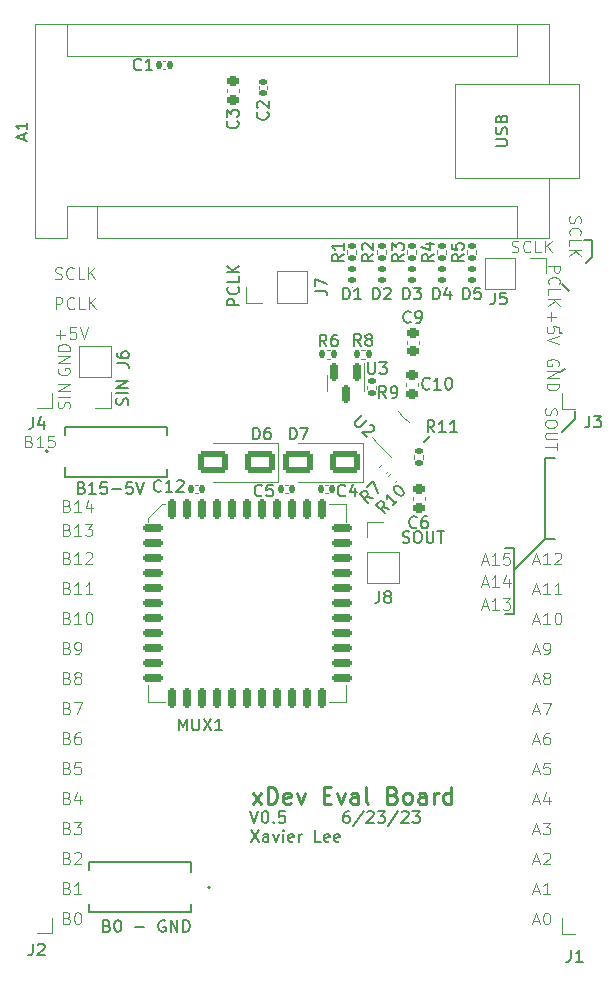
<source format=gbr>
G04 #@! TF.GenerationSoftware,KiCad,Pcbnew,7.0.5*
G04 #@! TF.CreationDate,2024-08-22T14:11:36-04:00*
G04 #@! TF.ProjectId,xDev_eval,78446576-5f65-4766-916c-2e6b69636164,V0.5*
G04 #@! TF.SameCoordinates,Original*
G04 #@! TF.FileFunction,Legend,Top*
G04 #@! TF.FilePolarity,Positive*
%FSLAX46Y46*%
G04 Gerber Fmt 4.6, Leading zero omitted, Abs format (unit mm)*
G04 Created by KiCad (PCBNEW 7.0.5) date 2024-08-22 14:11:36*
%MOMM*%
%LPD*%
G01*
G04 APERTURE LIST*
G04 Aperture macros list*
%AMRoundRect*
0 Rectangle with rounded corners*
0 $1 Rounding radius*
0 $2 $3 $4 $5 $6 $7 $8 $9 X,Y pos of 4 corners*
0 Add a 4 corners polygon primitive as box body*
4,1,4,$2,$3,$4,$5,$6,$7,$8,$9,$2,$3,0*
0 Add four circle primitives for the rounded corners*
1,1,$1+$1,$2,$3*
1,1,$1+$1,$4,$5*
1,1,$1+$1,$6,$7*
1,1,$1+$1,$8,$9*
0 Add four rect primitives between the rounded corners*
20,1,$1+$1,$2,$3,$4,$5,0*
20,1,$1+$1,$4,$5,$6,$7,0*
20,1,$1+$1,$6,$7,$8,$9,0*
20,1,$1+$1,$8,$9,$2,$3,0*%
G04 Aperture macros list end*
%ADD10C,0.150000*%
%ADD11C,0.100000*%
%ADD12C,0.280000*%
%ADD13C,0.120000*%
%ADD14C,0.200000*%
%ADD15C,0.127000*%
%ADD16RoundRect,0.225000X0.250000X-0.225000X0.250000X0.225000X-0.250000X0.225000X-0.250000X-0.225000X0*%
%ADD17RoundRect,0.225000X-0.250000X0.225000X-0.250000X-0.225000X0.250000X-0.225000X0.250000X0.225000X0*%
%ADD18RoundRect,0.150000X0.521491X-0.309359X-0.309359X0.521491X-0.521491X0.309359X0.309359X-0.521491X0*%
%ADD19R,1.800000X1.800000*%
%ADD20O,2.000000X2.000000*%
%ADD21RoundRect,0.150000X-0.150000X0.587500X-0.150000X-0.587500X0.150000X-0.587500X0.150000X0.587500X0*%
%ADD22RoundRect,0.135000X0.185000X-0.135000X0.185000X0.135000X-0.185000X0.135000X-0.185000X-0.135000X0*%
%ADD23RoundRect,0.135000X-0.035355X0.226274X-0.226274X0.035355X0.035355X-0.226274X0.226274X-0.035355X0*%
%ADD24RoundRect,0.135000X-0.135000X-0.185000X0.135000X-0.185000X0.135000X0.185000X-0.135000X0.185000X0*%
%ADD25RoundRect,0.135000X0.135000X0.185000X-0.135000X0.185000X-0.135000X-0.185000X0.135000X-0.185000X0*%
%ADD26RoundRect,0.135000X-0.185000X0.135000X-0.185000X-0.135000X0.185000X-0.135000X0.185000X0.135000X0*%
%ADD27RoundRect,0.147500X0.172500X-0.147500X0.172500X0.147500X-0.172500X0.147500X-0.172500X-0.147500X0*%
%ADD28C,1.308000*%
%ADD29R,1.308000X1.308000*%
%ADD30C,1.500000*%
%ADD31R,1.600000X1.600000*%
%ADD32O,1.600000X1.600000*%
%ADD33C,2.200000*%
%ADD34RoundRect,0.250000X1.000000X0.650000X-1.000000X0.650000X-1.000000X-0.650000X1.000000X-0.650000X0*%
%ADD35RoundRect,0.140000X0.140000X0.170000X-0.140000X0.170000X-0.140000X-0.170000X0.140000X-0.170000X0*%
%ADD36R,1.700000X1.700000*%
%ADD37O,1.700000X1.700000*%
%ADD38RoundRect,0.150000X-0.150000X-0.700000X0.150000X-0.700000X0.150000X0.700000X-0.150000X0.700000X0*%
%ADD39RoundRect,0.150000X-0.700000X-0.150000X0.700000X-0.150000X0.700000X0.150000X-0.700000X0.150000X0*%
%ADD40RoundRect,0.140000X-0.140000X-0.170000X0.140000X-0.170000X0.140000X0.170000X-0.140000X0.170000X0*%
%ADD41RoundRect,0.140000X-0.170000X0.140000X-0.170000X-0.140000X0.170000X-0.140000X0.170000X0.140000X0*%
G04 APERTURE END LIST*
D10*
X158394400Y-96215200D02*
X158902400Y-95707200D01*
X168656000Y-97536000D02*
X168656000Y-104394000D01*
X170053000Y-95377000D02*
X171196000Y-94234000D01*
X172593000Y-80518000D02*
X172593000Y-79121000D01*
X165989000Y-107061000D02*
X168656000Y-104394000D01*
X172593000Y-79121000D02*
X171958000Y-79121000D01*
X168656000Y-104394000D02*
X169481500Y-104394000D01*
X169926000Y-90297000D02*
X170307000Y-90043000D01*
X171196000Y-94234000D02*
X171196000Y-93599000D01*
X165227000Y-110744000D02*
X165989000Y-110744000D01*
X169926000Y-86995000D02*
X170053000Y-86995000D01*
X170053000Y-82804000D02*
X170688000Y-83439000D01*
X172085000Y-81026000D02*
X172593000Y-80518000D01*
X169481500Y-97536000D02*
X168656000Y-97536000D01*
X165989000Y-105156000D02*
X165989000Y-110744000D01*
X165989000Y-105156000D02*
X165227000Y-105156000D01*
X131564476Y-137141009D02*
X131707333Y-137188628D01*
X131707333Y-137188628D02*
X131754952Y-137236247D01*
X131754952Y-137236247D02*
X131802571Y-137331485D01*
X131802571Y-137331485D02*
X131802571Y-137474342D01*
X131802571Y-137474342D02*
X131754952Y-137569580D01*
X131754952Y-137569580D02*
X131707333Y-137617200D01*
X131707333Y-137617200D02*
X131612095Y-137664819D01*
X131612095Y-137664819D02*
X131231143Y-137664819D01*
X131231143Y-137664819D02*
X131231143Y-136664819D01*
X131231143Y-136664819D02*
X131564476Y-136664819D01*
X131564476Y-136664819D02*
X131659714Y-136712438D01*
X131659714Y-136712438D02*
X131707333Y-136760057D01*
X131707333Y-136760057D02*
X131754952Y-136855295D01*
X131754952Y-136855295D02*
X131754952Y-136950533D01*
X131754952Y-136950533D02*
X131707333Y-137045771D01*
X131707333Y-137045771D02*
X131659714Y-137093390D01*
X131659714Y-137093390D02*
X131564476Y-137141009D01*
X131564476Y-137141009D02*
X131231143Y-137141009D01*
X132421619Y-136664819D02*
X132516857Y-136664819D01*
X132516857Y-136664819D02*
X132612095Y-136712438D01*
X132612095Y-136712438D02*
X132659714Y-136760057D01*
X132659714Y-136760057D02*
X132707333Y-136855295D01*
X132707333Y-136855295D02*
X132754952Y-137045771D01*
X132754952Y-137045771D02*
X132754952Y-137283866D01*
X132754952Y-137283866D02*
X132707333Y-137474342D01*
X132707333Y-137474342D02*
X132659714Y-137569580D01*
X132659714Y-137569580D02*
X132612095Y-137617200D01*
X132612095Y-137617200D02*
X132516857Y-137664819D01*
X132516857Y-137664819D02*
X132421619Y-137664819D01*
X132421619Y-137664819D02*
X132326381Y-137617200D01*
X132326381Y-137617200D02*
X132278762Y-137569580D01*
X132278762Y-137569580D02*
X132231143Y-137474342D01*
X132231143Y-137474342D02*
X132183524Y-137283866D01*
X132183524Y-137283866D02*
X132183524Y-137045771D01*
X132183524Y-137045771D02*
X132231143Y-136855295D01*
X132231143Y-136855295D02*
X132278762Y-136760057D01*
X132278762Y-136760057D02*
X132326381Y-136712438D01*
X132326381Y-136712438D02*
X132421619Y-136664819D01*
X133945429Y-137283866D02*
X134707334Y-137283866D01*
X136469238Y-136712438D02*
X136374000Y-136664819D01*
X136374000Y-136664819D02*
X136231143Y-136664819D01*
X136231143Y-136664819D02*
X136088286Y-136712438D01*
X136088286Y-136712438D02*
X135993048Y-136807676D01*
X135993048Y-136807676D02*
X135945429Y-136902914D01*
X135945429Y-136902914D02*
X135897810Y-137093390D01*
X135897810Y-137093390D02*
X135897810Y-137236247D01*
X135897810Y-137236247D02*
X135945429Y-137426723D01*
X135945429Y-137426723D02*
X135993048Y-137521961D01*
X135993048Y-137521961D02*
X136088286Y-137617200D01*
X136088286Y-137617200D02*
X136231143Y-137664819D01*
X136231143Y-137664819D02*
X136326381Y-137664819D01*
X136326381Y-137664819D02*
X136469238Y-137617200D01*
X136469238Y-137617200D02*
X136516857Y-137569580D01*
X136516857Y-137569580D02*
X136516857Y-137236247D01*
X136516857Y-137236247D02*
X136326381Y-137236247D01*
X136945429Y-137664819D02*
X136945429Y-136664819D01*
X136945429Y-136664819D02*
X137516857Y-137664819D01*
X137516857Y-137664819D02*
X137516857Y-136664819D01*
X137993048Y-137664819D02*
X137993048Y-136664819D01*
X137993048Y-136664819D02*
X138231143Y-136664819D01*
X138231143Y-136664819D02*
X138374000Y-136712438D01*
X138374000Y-136712438D02*
X138469238Y-136807676D01*
X138469238Y-136807676D02*
X138516857Y-136902914D01*
X138516857Y-136902914D02*
X138564476Y-137093390D01*
X138564476Y-137093390D02*
X138564476Y-137236247D01*
X138564476Y-137236247D02*
X138516857Y-137426723D01*
X138516857Y-137426723D02*
X138469238Y-137521961D01*
X138469238Y-137521961D02*
X138374000Y-137617200D01*
X138374000Y-137617200D02*
X138231143Y-137664819D01*
X138231143Y-137664819D02*
X137993048Y-137664819D01*
D11*
X165822524Y-80088800D02*
X165965381Y-80136419D01*
X165965381Y-80136419D02*
X166203476Y-80136419D01*
X166203476Y-80136419D02*
X166298714Y-80088800D01*
X166298714Y-80088800D02*
X166346333Y-80041180D01*
X166346333Y-80041180D02*
X166393952Y-79945942D01*
X166393952Y-79945942D02*
X166393952Y-79850704D01*
X166393952Y-79850704D02*
X166346333Y-79755466D01*
X166346333Y-79755466D02*
X166298714Y-79707847D01*
X166298714Y-79707847D02*
X166203476Y-79660228D01*
X166203476Y-79660228D02*
X166013000Y-79612609D01*
X166013000Y-79612609D02*
X165917762Y-79564990D01*
X165917762Y-79564990D02*
X165870143Y-79517371D01*
X165870143Y-79517371D02*
X165822524Y-79422133D01*
X165822524Y-79422133D02*
X165822524Y-79326895D01*
X165822524Y-79326895D02*
X165870143Y-79231657D01*
X165870143Y-79231657D02*
X165917762Y-79184038D01*
X165917762Y-79184038D02*
X166013000Y-79136419D01*
X166013000Y-79136419D02*
X166251095Y-79136419D01*
X166251095Y-79136419D02*
X166393952Y-79184038D01*
X167393952Y-80041180D02*
X167346333Y-80088800D01*
X167346333Y-80088800D02*
X167203476Y-80136419D01*
X167203476Y-80136419D02*
X167108238Y-80136419D01*
X167108238Y-80136419D02*
X166965381Y-80088800D01*
X166965381Y-80088800D02*
X166870143Y-79993561D01*
X166870143Y-79993561D02*
X166822524Y-79898323D01*
X166822524Y-79898323D02*
X166774905Y-79707847D01*
X166774905Y-79707847D02*
X166774905Y-79564990D01*
X166774905Y-79564990D02*
X166822524Y-79374514D01*
X166822524Y-79374514D02*
X166870143Y-79279276D01*
X166870143Y-79279276D02*
X166965381Y-79184038D01*
X166965381Y-79184038D02*
X167108238Y-79136419D01*
X167108238Y-79136419D02*
X167203476Y-79136419D01*
X167203476Y-79136419D02*
X167346333Y-79184038D01*
X167346333Y-79184038D02*
X167393952Y-79231657D01*
X168298714Y-80136419D02*
X167822524Y-80136419D01*
X167822524Y-80136419D02*
X167822524Y-79136419D01*
X168632048Y-80136419D02*
X168632048Y-79136419D01*
X169203476Y-80136419D02*
X168774905Y-79564990D01*
X169203476Y-79136419D02*
X168632048Y-79707847D01*
D10*
X156578514Y-104673400D02*
X156721371Y-104721019D01*
X156721371Y-104721019D02*
X156959466Y-104721019D01*
X156959466Y-104721019D02*
X157054704Y-104673400D01*
X157054704Y-104673400D02*
X157102323Y-104625780D01*
X157102323Y-104625780D02*
X157149942Y-104530542D01*
X157149942Y-104530542D02*
X157149942Y-104435304D01*
X157149942Y-104435304D02*
X157102323Y-104340066D01*
X157102323Y-104340066D02*
X157054704Y-104292447D01*
X157054704Y-104292447D02*
X156959466Y-104244828D01*
X156959466Y-104244828D02*
X156768990Y-104197209D01*
X156768990Y-104197209D02*
X156673752Y-104149590D01*
X156673752Y-104149590D02*
X156626133Y-104101971D01*
X156626133Y-104101971D02*
X156578514Y-104006733D01*
X156578514Y-104006733D02*
X156578514Y-103911495D01*
X156578514Y-103911495D02*
X156626133Y-103816257D01*
X156626133Y-103816257D02*
X156673752Y-103768638D01*
X156673752Y-103768638D02*
X156768990Y-103721019D01*
X156768990Y-103721019D02*
X157007085Y-103721019D01*
X157007085Y-103721019D02*
X157149942Y-103768638D01*
X157768990Y-103721019D02*
X157959466Y-103721019D01*
X157959466Y-103721019D02*
X158054704Y-103768638D01*
X158054704Y-103768638D02*
X158149942Y-103863876D01*
X158149942Y-103863876D02*
X158197561Y-104054352D01*
X158197561Y-104054352D02*
X158197561Y-104387685D01*
X158197561Y-104387685D02*
X158149942Y-104578161D01*
X158149942Y-104578161D02*
X158054704Y-104673400D01*
X158054704Y-104673400D02*
X157959466Y-104721019D01*
X157959466Y-104721019D02*
X157768990Y-104721019D01*
X157768990Y-104721019D02*
X157673752Y-104673400D01*
X157673752Y-104673400D02*
X157578514Y-104578161D01*
X157578514Y-104578161D02*
X157530895Y-104387685D01*
X157530895Y-104387685D02*
X157530895Y-104054352D01*
X157530895Y-104054352D02*
X157578514Y-103863876D01*
X157578514Y-103863876D02*
X157673752Y-103768638D01*
X157673752Y-103768638D02*
X157768990Y-103721019D01*
X158626133Y-103721019D02*
X158626133Y-104530542D01*
X158626133Y-104530542D02*
X158673752Y-104625780D01*
X158673752Y-104625780D02*
X158721371Y-104673400D01*
X158721371Y-104673400D02*
X158816609Y-104721019D01*
X158816609Y-104721019D02*
X159007085Y-104721019D01*
X159007085Y-104721019D02*
X159102323Y-104673400D01*
X159102323Y-104673400D02*
X159149942Y-104625780D01*
X159149942Y-104625780D02*
X159197561Y-104530542D01*
X159197561Y-104530542D02*
X159197561Y-103721019D01*
X159530895Y-103721019D02*
X160102323Y-103721019D01*
X159816609Y-104721019D02*
X159816609Y-103721019D01*
X142744819Y-84626220D02*
X141744819Y-84626220D01*
X141744819Y-84626220D02*
X141744819Y-84245268D01*
X141744819Y-84245268D02*
X141792438Y-84150030D01*
X141792438Y-84150030D02*
X141840057Y-84102411D01*
X141840057Y-84102411D02*
X141935295Y-84054792D01*
X141935295Y-84054792D02*
X142078152Y-84054792D01*
X142078152Y-84054792D02*
X142173390Y-84102411D01*
X142173390Y-84102411D02*
X142221009Y-84150030D01*
X142221009Y-84150030D02*
X142268628Y-84245268D01*
X142268628Y-84245268D02*
X142268628Y-84626220D01*
X142649580Y-83054792D02*
X142697200Y-83102411D01*
X142697200Y-83102411D02*
X142744819Y-83245268D01*
X142744819Y-83245268D02*
X142744819Y-83340506D01*
X142744819Y-83340506D02*
X142697200Y-83483363D01*
X142697200Y-83483363D02*
X142601961Y-83578601D01*
X142601961Y-83578601D02*
X142506723Y-83626220D01*
X142506723Y-83626220D02*
X142316247Y-83673839D01*
X142316247Y-83673839D02*
X142173390Y-83673839D01*
X142173390Y-83673839D02*
X141982914Y-83626220D01*
X141982914Y-83626220D02*
X141887676Y-83578601D01*
X141887676Y-83578601D02*
X141792438Y-83483363D01*
X141792438Y-83483363D02*
X141744819Y-83340506D01*
X141744819Y-83340506D02*
X141744819Y-83245268D01*
X141744819Y-83245268D02*
X141792438Y-83102411D01*
X141792438Y-83102411D02*
X141840057Y-83054792D01*
X142744819Y-82150030D02*
X142744819Y-82626220D01*
X142744819Y-82626220D02*
X141744819Y-82626220D01*
X142744819Y-81816696D02*
X141744819Y-81816696D01*
X142744819Y-81245268D02*
X142173390Y-81673839D01*
X141744819Y-81245268D02*
X142316247Y-81816696D01*
D12*
X143894210Y-126814106D02*
X144627543Y-125880773D01*
X143894210Y-125880773D02*
X144627543Y-126814106D01*
X145160876Y-126814106D02*
X145160876Y-125414106D01*
X145160876Y-125414106D02*
X145494209Y-125414106D01*
X145494209Y-125414106D02*
X145694209Y-125480773D01*
X145694209Y-125480773D02*
X145827543Y-125614106D01*
X145827543Y-125614106D02*
X145894209Y-125747440D01*
X145894209Y-125747440D02*
X145960876Y-126014106D01*
X145960876Y-126014106D02*
X145960876Y-126214106D01*
X145960876Y-126214106D02*
X145894209Y-126480773D01*
X145894209Y-126480773D02*
X145827543Y-126614106D01*
X145827543Y-126614106D02*
X145694209Y-126747440D01*
X145694209Y-126747440D02*
X145494209Y-126814106D01*
X145494209Y-126814106D02*
X145160876Y-126814106D01*
X147094209Y-126747440D02*
X146960876Y-126814106D01*
X146960876Y-126814106D02*
X146694209Y-126814106D01*
X146694209Y-126814106D02*
X146560876Y-126747440D01*
X146560876Y-126747440D02*
X146494209Y-126614106D01*
X146494209Y-126614106D02*
X146494209Y-126080773D01*
X146494209Y-126080773D02*
X146560876Y-125947440D01*
X146560876Y-125947440D02*
X146694209Y-125880773D01*
X146694209Y-125880773D02*
X146960876Y-125880773D01*
X146960876Y-125880773D02*
X147094209Y-125947440D01*
X147094209Y-125947440D02*
X147160876Y-126080773D01*
X147160876Y-126080773D02*
X147160876Y-126214106D01*
X147160876Y-126214106D02*
X146494209Y-126347440D01*
X147627543Y-125880773D02*
X147960876Y-126814106D01*
X147960876Y-126814106D02*
X148294209Y-125880773D01*
X149894210Y-126080773D02*
X150360877Y-126080773D01*
X150560877Y-126814106D02*
X149894210Y-126814106D01*
X149894210Y-126814106D02*
X149894210Y-125414106D01*
X149894210Y-125414106D02*
X150560877Y-125414106D01*
X151027544Y-125880773D02*
X151360877Y-126814106D01*
X151360877Y-126814106D02*
X151694210Y-125880773D01*
X152827544Y-126814106D02*
X152827544Y-126080773D01*
X152827544Y-126080773D02*
X152760877Y-125947440D01*
X152760877Y-125947440D02*
X152627544Y-125880773D01*
X152627544Y-125880773D02*
X152360877Y-125880773D01*
X152360877Y-125880773D02*
X152227544Y-125947440D01*
X152827544Y-126747440D02*
X152694211Y-126814106D01*
X152694211Y-126814106D02*
X152360877Y-126814106D01*
X152360877Y-126814106D02*
X152227544Y-126747440D01*
X152227544Y-126747440D02*
X152160877Y-126614106D01*
X152160877Y-126614106D02*
X152160877Y-126480773D01*
X152160877Y-126480773D02*
X152227544Y-126347440D01*
X152227544Y-126347440D02*
X152360877Y-126280773D01*
X152360877Y-126280773D02*
X152694211Y-126280773D01*
X152694211Y-126280773D02*
X152827544Y-126214106D01*
X153694211Y-126814106D02*
X153560878Y-126747440D01*
X153560878Y-126747440D02*
X153494211Y-126614106D01*
X153494211Y-126614106D02*
X153494211Y-125414106D01*
X155760878Y-126080773D02*
X155960878Y-126147440D01*
X155960878Y-126147440D02*
X156027544Y-126214106D01*
X156027544Y-126214106D02*
X156094211Y-126347440D01*
X156094211Y-126347440D02*
X156094211Y-126547440D01*
X156094211Y-126547440D02*
X156027544Y-126680773D01*
X156027544Y-126680773D02*
X155960878Y-126747440D01*
X155960878Y-126747440D02*
X155827544Y-126814106D01*
X155827544Y-126814106D02*
X155294211Y-126814106D01*
X155294211Y-126814106D02*
X155294211Y-125414106D01*
X155294211Y-125414106D02*
X155760878Y-125414106D01*
X155760878Y-125414106D02*
X155894211Y-125480773D01*
X155894211Y-125480773D02*
X155960878Y-125547440D01*
X155960878Y-125547440D02*
X156027544Y-125680773D01*
X156027544Y-125680773D02*
X156027544Y-125814106D01*
X156027544Y-125814106D02*
X155960878Y-125947440D01*
X155960878Y-125947440D02*
X155894211Y-126014106D01*
X155894211Y-126014106D02*
X155760878Y-126080773D01*
X155760878Y-126080773D02*
X155294211Y-126080773D01*
X156894211Y-126814106D02*
X156760878Y-126747440D01*
X156760878Y-126747440D02*
X156694211Y-126680773D01*
X156694211Y-126680773D02*
X156627544Y-126547440D01*
X156627544Y-126547440D02*
X156627544Y-126147440D01*
X156627544Y-126147440D02*
X156694211Y-126014106D01*
X156694211Y-126014106D02*
X156760878Y-125947440D01*
X156760878Y-125947440D02*
X156894211Y-125880773D01*
X156894211Y-125880773D02*
X157094211Y-125880773D01*
X157094211Y-125880773D02*
X157227544Y-125947440D01*
X157227544Y-125947440D02*
X157294211Y-126014106D01*
X157294211Y-126014106D02*
X157360878Y-126147440D01*
X157360878Y-126147440D02*
X157360878Y-126547440D01*
X157360878Y-126547440D02*
X157294211Y-126680773D01*
X157294211Y-126680773D02*
X157227544Y-126747440D01*
X157227544Y-126747440D02*
X157094211Y-126814106D01*
X157094211Y-126814106D02*
X156894211Y-126814106D01*
X158560878Y-126814106D02*
X158560878Y-126080773D01*
X158560878Y-126080773D02*
X158494211Y-125947440D01*
X158494211Y-125947440D02*
X158360878Y-125880773D01*
X158360878Y-125880773D02*
X158094211Y-125880773D01*
X158094211Y-125880773D02*
X157960878Y-125947440D01*
X158560878Y-126747440D02*
X158427545Y-126814106D01*
X158427545Y-126814106D02*
X158094211Y-126814106D01*
X158094211Y-126814106D02*
X157960878Y-126747440D01*
X157960878Y-126747440D02*
X157894211Y-126614106D01*
X157894211Y-126614106D02*
X157894211Y-126480773D01*
X157894211Y-126480773D02*
X157960878Y-126347440D01*
X157960878Y-126347440D02*
X158094211Y-126280773D01*
X158094211Y-126280773D02*
X158427545Y-126280773D01*
X158427545Y-126280773D02*
X158560878Y-126214106D01*
X159227545Y-126814106D02*
X159227545Y-125880773D01*
X159227545Y-126147440D02*
X159294212Y-126014106D01*
X159294212Y-126014106D02*
X159360878Y-125947440D01*
X159360878Y-125947440D02*
X159494212Y-125880773D01*
X159494212Y-125880773D02*
X159627545Y-125880773D01*
X160694212Y-126814106D02*
X160694212Y-125414106D01*
X160694212Y-126747440D02*
X160560879Y-126814106D01*
X160560879Y-126814106D02*
X160294212Y-126814106D01*
X160294212Y-126814106D02*
X160160879Y-126747440D01*
X160160879Y-126747440D02*
X160094212Y-126680773D01*
X160094212Y-126680773D02*
X160027545Y-126547440D01*
X160027545Y-126547440D02*
X160027545Y-126147440D01*
X160027545Y-126147440D02*
X160094212Y-126014106D01*
X160094212Y-126014106D02*
X160160879Y-125947440D01*
X160160879Y-125947440D02*
X160294212Y-125880773D01*
X160294212Y-125880773D02*
X160560879Y-125880773D01*
X160560879Y-125880773D02*
X160694212Y-125947440D01*
D10*
X143703922Y-127434819D02*
X144037255Y-128434819D01*
X144037255Y-128434819D02*
X144370588Y-127434819D01*
X144894398Y-127434819D02*
X144989636Y-127434819D01*
X144989636Y-127434819D02*
X145084874Y-127482438D01*
X145084874Y-127482438D02*
X145132493Y-127530057D01*
X145132493Y-127530057D02*
X145180112Y-127625295D01*
X145180112Y-127625295D02*
X145227731Y-127815771D01*
X145227731Y-127815771D02*
X145227731Y-128053866D01*
X145227731Y-128053866D02*
X145180112Y-128244342D01*
X145180112Y-128244342D02*
X145132493Y-128339580D01*
X145132493Y-128339580D02*
X145084874Y-128387200D01*
X145084874Y-128387200D02*
X144989636Y-128434819D01*
X144989636Y-128434819D02*
X144894398Y-128434819D01*
X144894398Y-128434819D02*
X144799160Y-128387200D01*
X144799160Y-128387200D02*
X144751541Y-128339580D01*
X144751541Y-128339580D02*
X144703922Y-128244342D01*
X144703922Y-128244342D02*
X144656303Y-128053866D01*
X144656303Y-128053866D02*
X144656303Y-127815771D01*
X144656303Y-127815771D02*
X144703922Y-127625295D01*
X144703922Y-127625295D02*
X144751541Y-127530057D01*
X144751541Y-127530057D02*
X144799160Y-127482438D01*
X144799160Y-127482438D02*
X144894398Y-127434819D01*
X145656303Y-128339580D02*
X145703922Y-128387200D01*
X145703922Y-128387200D02*
X145656303Y-128434819D01*
X145656303Y-128434819D02*
X145608684Y-128387200D01*
X145608684Y-128387200D02*
X145656303Y-128339580D01*
X145656303Y-128339580D02*
X145656303Y-128434819D01*
X146608683Y-127434819D02*
X146132493Y-127434819D01*
X146132493Y-127434819D02*
X146084874Y-127911009D01*
X146084874Y-127911009D02*
X146132493Y-127863390D01*
X146132493Y-127863390D02*
X146227731Y-127815771D01*
X146227731Y-127815771D02*
X146465826Y-127815771D01*
X146465826Y-127815771D02*
X146561064Y-127863390D01*
X146561064Y-127863390D02*
X146608683Y-127911009D01*
X146608683Y-127911009D02*
X146656302Y-128006247D01*
X146656302Y-128006247D02*
X146656302Y-128244342D01*
X146656302Y-128244342D02*
X146608683Y-128339580D01*
X146608683Y-128339580D02*
X146561064Y-128387200D01*
X146561064Y-128387200D02*
X146465826Y-128434819D01*
X146465826Y-128434819D02*
X146227731Y-128434819D01*
X146227731Y-128434819D02*
X146132493Y-128387200D01*
X146132493Y-128387200D02*
X146084874Y-128339580D01*
X152037254Y-127434819D02*
X151846778Y-127434819D01*
X151846778Y-127434819D02*
X151751540Y-127482438D01*
X151751540Y-127482438D02*
X151703921Y-127530057D01*
X151703921Y-127530057D02*
X151608683Y-127672914D01*
X151608683Y-127672914D02*
X151561064Y-127863390D01*
X151561064Y-127863390D02*
X151561064Y-128244342D01*
X151561064Y-128244342D02*
X151608683Y-128339580D01*
X151608683Y-128339580D02*
X151656302Y-128387200D01*
X151656302Y-128387200D02*
X151751540Y-128434819D01*
X151751540Y-128434819D02*
X151942016Y-128434819D01*
X151942016Y-128434819D02*
X152037254Y-128387200D01*
X152037254Y-128387200D02*
X152084873Y-128339580D01*
X152084873Y-128339580D02*
X152132492Y-128244342D01*
X152132492Y-128244342D02*
X152132492Y-128006247D01*
X152132492Y-128006247D02*
X152084873Y-127911009D01*
X152084873Y-127911009D02*
X152037254Y-127863390D01*
X152037254Y-127863390D02*
X151942016Y-127815771D01*
X151942016Y-127815771D02*
X151751540Y-127815771D01*
X151751540Y-127815771D02*
X151656302Y-127863390D01*
X151656302Y-127863390D02*
X151608683Y-127911009D01*
X151608683Y-127911009D02*
X151561064Y-128006247D01*
X153275349Y-127387200D02*
X152418207Y-128672914D01*
X153561064Y-127530057D02*
X153608683Y-127482438D01*
X153608683Y-127482438D02*
X153703921Y-127434819D01*
X153703921Y-127434819D02*
X153942016Y-127434819D01*
X153942016Y-127434819D02*
X154037254Y-127482438D01*
X154037254Y-127482438D02*
X154084873Y-127530057D01*
X154084873Y-127530057D02*
X154132492Y-127625295D01*
X154132492Y-127625295D02*
X154132492Y-127720533D01*
X154132492Y-127720533D02*
X154084873Y-127863390D01*
X154084873Y-127863390D02*
X153513445Y-128434819D01*
X153513445Y-128434819D02*
X154132492Y-128434819D01*
X154465826Y-127434819D02*
X155084873Y-127434819D01*
X155084873Y-127434819D02*
X154751540Y-127815771D01*
X154751540Y-127815771D02*
X154894397Y-127815771D01*
X154894397Y-127815771D02*
X154989635Y-127863390D01*
X154989635Y-127863390D02*
X155037254Y-127911009D01*
X155037254Y-127911009D02*
X155084873Y-128006247D01*
X155084873Y-128006247D02*
X155084873Y-128244342D01*
X155084873Y-128244342D02*
X155037254Y-128339580D01*
X155037254Y-128339580D02*
X154989635Y-128387200D01*
X154989635Y-128387200D02*
X154894397Y-128434819D01*
X154894397Y-128434819D02*
X154608683Y-128434819D01*
X154608683Y-128434819D02*
X154513445Y-128387200D01*
X154513445Y-128387200D02*
X154465826Y-128339580D01*
X156227730Y-127387200D02*
X155370588Y-128672914D01*
X156513445Y-127530057D02*
X156561064Y-127482438D01*
X156561064Y-127482438D02*
X156656302Y-127434819D01*
X156656302Y-127434819D02*
X156894397Y-127434819D01*
X156894397Y-127434819D02*
X156989635Y-127482438D01*
X156989635Y-127482438D02*
X157037254Y-127530057D01*
X157037254Y-127530057D02*
X157084873Y-127625295D01*
X157084873Y-127625295D02*
X157084873Y-127720533D01*
X157084873Y-127720533D02*
X157037254Y-127863390D01*
X157037254Y-127863390D02*
X156465826Y-128434819D01*
X156465826Y-128434819D02*
X157084873Y-128434819D01*
X157418207Y-127434819D02*
X158037254Y-127434819D01*
X158037254Y-127434819D02*
X157703921Y-127815771D01*
X157703921Y-127815771D02*
X157846778Y-127815771D01*
X157846778Y-127815771D02*
X157942016Y-127863390D01*
X157942016Y-127863390D02*
X157989635Y-127911009D01*
X157989635Y-127911009D02*
X158037254Y-128006247D01*
X158037254Y-128006247D02*
X158037254Y-128244342D01*
X158037254Y-128244342D02*
X157989635Y-128339580D01*
X157989635Y-128339580D02*
X157942016Y-128387200D01*
X157942016Y-128387200D02*
X157846778Y-128434819D01*
X157846778Y-128434819D02*
X157561064Y-128434819D01*
X157561064Y-128434819D02*
X157465826Y-128387200D01*
X157465826Y-128387200D02*
X157418207Y-128339580D01*
X143751541Y-129044819D02*
X144418207Y-130044819D01*
X144418207Y-129044819D02*
X143751541Y-130044819D01*
X145227731Y-130044819D02*
X145227731Y-129521009D01*
X145227731Y-129521009D02*
X145180112Y-129425771D01*
X145180112Y-129425771D02*
X145084874Y-129378152D01*
X145084874Y-129378152D02*
X144894398Y-129378152D01*
X144894398Y-129378152D02*
X144799160Y-129425771D01*
X145227731Y-129997200D02*
X145132493Y-130044819D01*
X145132493Y-130044819D02*
X144894398Y-130044819D01*
X144894398Y-130044819D02*
X144799160Y-129997200D01*
X144799160Y-129997200D02*
X144751541Y-129901961D01*
X144751541Y-129901961D02*
X144751541Y-129806723D01*
X144751541Y-129806723D02*
X144799160Y-129711485D01*
X144799160Y-129711485D02*
X144894398Y-129663866D01*
X144894398Y-129663866D02*
X145132493Y-129663866D01*
X145132493Y-129663866D02*
X145227731Y-129616247D01*
X145608684Y-129378152D02*
X145846779Y-130044819D01*
X145846779Y-130044819D02*
X146084874Y-129378152D01*
X146465827Y-130044819D02*
X146465827Y-129378152D01*
X146465827Y-129044819D02*
X146418208Y-129092438D01*
X146418208Y-129092438D02*
X146465827Y-129140057D01*
X146465827Y-129140057D02*
X146513446Y-129092438D01*
X146513446Y-129092438D02*
X146465827Y-129044819D01*
X146465827Y-129044819D02*
X146465827Y-129140057D01*
X147322969Y-129997200D02*
X147227731Y-130044819D01*
X147227731Y-130044819D02*
X147037255Y-130044819D01*
X147037255Y-130044819D02*
X146942017Y-129997200D01*
X146942017Y-129997200D02*
X146894398Y-129901961D01*
X146894398Y-129901961D02*
X146894398Y-129521009D01*
X146894398Y-129521009D02*
X146942017Y-129425771D01*
X146942017Y-129425771D02*
X147037255Y-129378152D01*
X147037255Y-129378152D02*
X147227731Y-129378152D01*
X147227731Y-129378152D02*
X147322969Y-129425771D01*
X147322969Y-129425771D02*
X147370588Y-129521009D01*
X147370588Y-129521009D02*
X147370588Y-129616247D01*
X147370588Y-129616247D02*
X146894398Y-129711485D01*
X147799160Y-130044819D02*
X147799160Y-129378152D01*
X147799160Y-129568628D02*
X147846779Y-129473390D01*
X147846779Y-129473390D02*
X147894398Y-129425771D01*
X147894398Y-129425771D02*
X147989636Y-129378152D01*
X147989636Y-129378152D02*
X148084874Y-129378152D01*
X149656303Y-130044819D02*
X149180113Y-130044819D01*
X149180113Y-130044819D02*
X149180113Y-129044819D01*
X150370589Y-129997200D02*
X150275351Y-130044819D01*
X150275351Y-130044819D02*
X150084875Y-130044819D01*
X150084875Y-130044819D02*
X149989637Y-129997200D01*
X149989637Y-129997200D02*
X149942018Y-129901961D01*
X149942018Y-129901961D02*
X149942018Y-129521009D01*
X149942018Y-129521009D02*
X149989637Y-129425771D01*
X149989637Y-129425771D02*
X150084875Y-129378152D01*
X150084875Y-129378152D02*
X150275351Y-129378152D01*
X150275351Y-129378152D02*
X150370589Y-129425771D01*
X150370589Y-129425771D02*
X150418208Y-129521009D01*
X150418208Y-129521009D02*
X150418208Y-129616247D01*
X150418208Y-129616247D02*
X149942018Y-129711485D01*
X151227732Y-129997200D02*
X151132494Y-130044819D01*
X151132494Y-130044819D02*
X150942018Y-130044819D01*
X150942018Y-130044819D02*
X150846780Y-129997200D01*
X150846780Y-129997200D02*
X150799161Y-129901961D01*
X150799161Y-129901961D02*
X150799161Y-129521009D01*
X150799161Y-129521009D02*
X150846780Y-129425771D01*
X150846780Y-129425771D02*
X150942018Y-129378152D01*
X150942018Y-129378152D02*
X151132494Y-129378152D01*
X151132494Y-129378152D02*
X151227732Y-129425771D01*
X151227732Y-129425771D02*
X151275351Y-129521009D01*
X151275351Y-129521009D02*
X151275351Y-129616247D01*
X151275351Y-129616247D02*
X150799161Y-129711485D01*
X133299200Y-93055839D02*
X133346819Y-92912982D01*
X133346819Y-92912982D02*
X133346819Y-92674887D01*
X133346819Y-92674887D02*
X133299200Y-92579649D01*
X133299200Y-92579649D02*
X133251580Y-92532030D01*
X133251580Y-92532030D02*
X133156342Y-92484411D01*
X133156342Y-92484411D02*
X133061104Y-92484411D01*
X133061104Y-92484411D02*
X132965866Y-92532030D01*
X132965866Y-92532030D02*
X132918247Y-92579649D01*
X132918247Y-92579649D02*
X132870628Y-92674887D01*
X132870628Y-92674887D02*
X132823009Y-92865363D01*
X132823009Y-92865363D02*
X132775390Y-92960601D01*
X132775390Y-92960601D02*
X132727771Y-93008220D01*
X132727771Y-93008220D02*
X132632533Y-93055839D01*
X132632533Y-93055839D02*
X132537295Y-93055839D01*
X132537295Y-93055839D02*
X132442057Y-93008220D01*
X132442057Y-93008220D02*
X132394438Y-92960601D01*
X132394438Y-92960601D02*
X132346819Y-92865363D01*
X132346819Y-92865363D02*
X132346819Y-92627268D01*
X132346819Y-92627268D02*
X132394438Y-92484411D01*
X133346819Y-92055839D02*
X132346819Y-92055839D01*
X133346819Y-91579649D02*
X132346819Y-91579649D01*
X132346819Y-91579649D02*
X133346819Y-91008221D01*
X133346819Y-91008221D02*
X132346819Y-91008221D01*
X129421238Y-100057009D02*
X129564095Y-100104628D01*
X129564095Y-100104628D02*
X129611714Y-100152247D01*
X129611714Y-100152247D02*
X129659333Y-100247485D01*
X129659333Y-100247485D02*
X129659333Y-100390342D01*
X129659333Y-100390342D02*
X129611714Y-100485580D01*
X129611714Y-100485580D02*
X129564095Y-100533200D01*
X129564095Y-100533200D02*
X129468857Y-100580819D01*
X129468857Y-100580819D02*
X129087905Y-100580819D01*
X129087905Y-100580819D02*
X129087905Y-99580819D01*
X129087905Y-99580819D02*
X129421238Y-99580819D01*
X129421238Y-99580819D02*
X129516476Y-99628438D01*
X129516476Y-99628438D02*
X129564095Y-99676057D01*
X129564095Y-99676057D02*
X129611714Y-99771295D01*
X129611714Y-99771295D02*
X129611714Y-99866533D01*
X129611714Y-99866533D02*
X129564095Y-99961771D01*
X129564095Y-99961771D02*
X129516476Y-100009390D01*
X129516476Y-100009390D02*
X129421238Y-100057009D01*
X129421238Y-100057009D02*
X129087905Y-100057009D01*
X130611714Y-100580819D02*
X130040286Y-100580819D01*
X130326000Y-100580819D02*
X130326000Y-99580819D01*
X130326000Y-99580819D02*
X130230762Y-99723676D01*
X130230762Y-99723676D02*
X130135524Y-99818914D01*
X130135524Y-99818914D02*
X130040286Y-99866533D01*
X131516476Y-99580819D02*
X131040286Y-99580819D01*
X131040286Y-99580819D02*
X130992667Y-100057009D01*
X130992667Y-100057009D02*
X131040286Y-100009390D01*
X131040286Y-100009390D02*
X131135524Y-99961771D01*
X131135524Y-99961771D02*
X131373619Y-99961771D01*
X131373619Y-99961771D02*
X131468857Y-100009390D01*
X131468857Y-100009390D02*
X131516476Y-100057009D01*
X131516476Y-100057009D02*
X131564095Y-100152247D01*
X131564095Y-100152247D02*
X131564095Y-100390342D01*
X131564095Y-100390342D02*
X131516476Y-100485580D01*
X131516476Y-100485580D02*
X131468857Y-100533200D01*
X131468857Y-100533200D02*
X131373619Y-100580819D01*
X131373619Y-100580819D02*
X131135524Y-100580819D01*
X131135524Y-100580819D02*
X131040286Y-100533200D01*
X131040286Y-100533200D02*
X130992667Y-100485580D01*
X131992667Y-100199866D02*
X132754572Y-100199866D01*
X133706952Y-99580819D02*
X133230762Y-99580819D01*
X133230762Y-99580819D02*
X133183143Y-100057009D01*
X133183143Y-100057009D02*
X133230762Y-100009390D01*
X133230762Y-100009390D02*
X133326000Y-99961771D01*
X133326000Y-99961771D02*
X133564095Y-99961771D01*
X133564095Y-99961771D02*
X133659333Y-100009390D01*
X133659333Y-100009390D02*
X133706952Y-100057009D01*
X133706952Y-100057009D02*
X133754571Y-100152247D01*
X133754571Y-100152247D02*
X133754571Y-100390342D01*
X133754571Y-100390342D02*
X133706952Y-100485580D01*
X133706952Y-100485580D02*
X133659333Y-100533200D01*
X133659333Y-100533200D02*
X133564095Y-100580819D01*
X133564095Y-100580819D02*
X133326000Y-100580819D01*
X133326000Y-100580819D02*
X133230762Y-100533200D01*
X133230762Y-100533200D02*
X133183143Y-100485580D01*
X134040286Y-99580819D02*
X134373619Y-100580819D01*
X134373619Y-100580819D02*
X134706952Y-99580819D01*
X157770533Y-103381980D02*
X157722914Y-103429600D01*
X157722914Y-103429600D02*
X157580057Y-103477219D01*
X157580057Y-103477219D02*
X157484819Y-103477219D01*
X157484819Y-103477219D02*
X157341962Y-103429600D01*
X157341962Y-103429600D02*
X157246724Y-103334361D01*
X157246724Y-103334361D02*
X157199105Y-103239123D01*
X157199105Y-103239123D02*
X157151486Y-103048647D01*
X157151486Y-103048647D02*
X157151486Y-102905790D01*
X157151486Y-102905790D02*
X157199105Y-102715314D01*
X157199105Y-102715314D02*
X157246724Y-102620076D01*
X157246724Y-102620076D02*
X157341962Y-102524838D01*
X157341962Y-102524838D02*
X157484819Y-102477219D01*
X157484819Y-102477219D02*
X157580057Y-102477219D01*
X157580057Y-102477219D02*
X157722914Y-102524838D01*
X157722914Y-102524838D02*
X157770533Y-102572457D01*
X158627676Y-102477219D02*
X158437200Y-102477219D01*
X158437200Y-102477219D02*
X158341962Y-102524838D01*
X158341962Y-102524838D02*
X158294343Y-102572457D01*
X158294343Y-102572457D02*
X158199105Y-102715314D01*
X158199105Y-102715314D02*
X158151486Y-102905790D01*
X158151486Y-102905790D02*
X158151486Y-103286742D01*
X158151486Y-103286742D02*
X158199105Y-103381980D01*
X158199105Y-103381980D02*
X158246724Y-103429600D01*
X158246724Y-103429600D02*
X158341962Y-103477219D01*
X158341962Y-103477219D02*
X158532438Y-103477219D01*
X158532438Y-103477219D02*
X158627676Y-103429600D01*
X158627676Y-103429600D02*
X158675295Y-103381980D01*
X158675295Y-103381980D02*
X158722914Y-103286742D01*
X158722914Y-103286742D02*
X158722914Y-103048647D01*
X158722914Y-103048647D02*
X158675295Y-102953409D01*
X158675295Y-102953409D02*
X158627676Y-102905790D01*
X158627676Y-102905790D02*
X158532438Y-102858171D01*
X158532438Y-102858171D02*
X158341962Y-102858171D01*
X158341962Y-102858171D02*
X158246724Y-102905790D01*
X158246724Y-102905790D02*
X158199105Y-102953409D01*
X158199105Y-102953409D02*
X158151486Y-103048647D01*
X158869142Y-91647180D02*
X158821523Y-91694800D01*
X158821523Y-91694800D02*
X158678666Y-91742419D01*
X158678666Y-91742419D02*
X158583428Y-91742419D01*
X158583428Y-91742419D02*
X158440571Y-91694800D01*
X158440571Y-91694800D02*
X158345333Y-91599561D01*
X158345333Y-91599561D02*
X158297714Y-91504323D01*
X158297714Y-91504323D02*
X158250095Y-91313847D01*
X158250095Y-91313847D02*
X158250095Y-91170990D01*
X158250095Y-91170990D02*
X158297714Y-90980514D01*
X158297714Y-90980514D02*
X158345333Y-90885276D01*
X158345333Y-90885276D02*
X158440571Y-90790038D01*
X158440571Y-90790038D02*
X158583428Y-90742419D01*
X158583428Y-90742419D02*
X158678666Y-90742419D01*
X158678666Y-90742419D02*
X158821523Y-90790038D01*
X158821523Y-90790038D02*
X158869142Y-90837657D01*
X159821523Y-91742419D02*
X159250095Y-91742419D01*
X159535809Y-91742419D02*
X159535809Y-90742419D01*
X159535809Y-90742419D02*
X159440571Y-90885276D01*
X159440571Y-90885276D02*
X159345333Y-90980514D01*
X159345333Y-90980514D02*
X159250095Y-91028133D01*
X160440571Y-90742419D02*
X160535809Y-90742419D01*
X160535809Y-90742419D02*
X160631047Y-90790038D01*
X160631047Y-90790038D02*
X160678666Y-90837657D01*
X160678666Y-90837657D02*
X160726285Y-90932895D01*
X160726285Y-90932895D02*
X160773904Y-91123371D01*
X160773904Y-91123371D02*
X160773904Y-91361466D01*
X160773904Y-91361466D02*
X160726285Y-91551942D01*
X160726285Y-91551942D02*
X160678666Y-91647180D01*
X160678666Y-91647180D02*
X160631047Y-91694800D01*
X160631047Y-91694800D02*
X160535809Y-91742419D01*
X160535809Y-91742419D02*
X160440571Y-91742419D01*
X160440571Y-91742419D02*
X160345333Y-91694800D01*
X160345333Y-91694800D02*
X160297714Y-91647180D01*
X160297714Y-91647180D02*
X160250095Y-91551942D01*
X160250095Y-91551942D02*
X160202476Y-91361466D01*
X160202476Y-91361466D02*
X160202476Y-91123371D01*
X160202476Y-91123371D02*
X160250095Y-90932895D01*
X160250095Y-90932895D02*
X160297714Y-90837657D01*
X160297714Y-90837657D02*
X160345333Y-90790038D01*
X160345333Y-90790038D02*
X160440571Y-90742419D01*
X153152314Y-93933214D02*
X152579894Y-94505634D01*
X152579894Y-94505634D02*
X152546222Y-94606649D01*
X152546222Y-94606649D02*
X152546222Y-94673993D01*
X152546222Y-94673993D02*
X152579894Y-94775008D01*
X152579894Y-94775008D02*
X152714581Y-94909695D01*
X152714581Y-94909695D02*
X152815596Y-94943367D01*
X152815596Y-94943367D02*
X152882940Y-94943367D01*
X152882940Y-94943367D02*
X152983955Y-94909695D01*
X152983955Y-94909695D02*
X153556375Y-94337275D01*
X153792077Y-94707665D02*
X153859420Y-94707665D01*
X153859420Y-94707665D02*
X153960436Y-94741336D01*
X153960436Y-94741336D02*
X154128794Y-94909695D01*
X154128794Y-94909695D02*
X154162466Y-95010710D01*
X154162466Y-95010710D02*
X154162466Y-95078054D01*
X154162466Y-95078054D02*
X154128794Y-95179069D01*
X154128794Y-95179069D02*
X154061451Y-95246413D01*
X154061451Y-95246413D02*
X153926764Y-95313756D01*
X153926764Y-95313756D02*
X153118642Y-95313756D01*
X153118642Y-95313756D02*
X153556375Y-95751489D01*
X153670095Y-89421619D02*
X153670095Y-90231142D01*
X153670095Y-90231142D02*
X153717714Y-90326380D01*
X153717714Y-90326380D02*
X153765333Y-90374000D01*
X153765333Y-90374000D02*
X153860571Y-90421619D01*
X153860571Y-90421619D02*
X154051047Y-90421619D01*
X154051047Y-90421619D02*
X154146285Y-90374000D01*
X154146285Y-90374000D02*
X154193904Y-90326380D01*
X154193904Y-90326380D02*
X154241523Y-90231142D01*
X154241523Y-90231142D02*
X154241523Y-89421619D01*
X154622476Y-89421619D02*
X155241523Y-89421619D01*
X155241523Y-89421619D02*
X154908190Y-89802571D01*
X154908190Y-89802571D02*
X155051047Y-89802571D01*
X155051047Y-89802571D02*
X155146285Y-89850190D01*
X155146285Y-89850190D02*
X155193904Y-89897809D01*
X155193904Y-89897809D02*
X155241523Y-89993047D01*
X155241523Y-89993047D02*
X155241523Y-90231142D01*
X155241523Y-90231142D02*
X155193904Y-90326380D01*
X155193904Y-90326380D02*
X155146285Y-90374000D01*
X155146285Y-90374000D02*
X155051047Y-90421619D01*
X155051047Y-90421619D02*
X154765333Y-90421619D01*
X154765333Y-90421619D02*
X154670095Y-90374000D01*
X154670095Y-90374000D02*
X154622476Y-90326380D01*
X159275542Y-95349219D02*
X158942209Y-94873028D01*
X158704114Y-95349219D02*
X158704114Y-94349219D01*
X158704114Y-94349219D02*
X159085066Y-94349219D01*
X159085066Y-94349219D02*
X159180304Y-94396838D01*
X159180304Y-94396838D02*
X159227923Y-94444457D01*
X159227923Y-94444457D02*
X159275542Y-94539695D01*
X159275542Y-94539695D02*
X159275542Y-94682552D01*
X159275542Y-94682552D02*
X159227923Y-94777790D01*
X159227923Y-94777790D02*
X159180304Y-94825409D01*
X159180304Y-94825409D02*
X159085066Y-94873028D01*
X159085066Y-94873028D02*
X158704114Y-94873028D01*
X160227923Y-95349219D02*
X159656495Y-95349219D01*
X159942209Y-95349219D02*
X159942209Y-94349219D01*
X159942209Y-94349219D02*
X159846971Y-94492076D01*
X159846971Y-94492076D02*
X159751733Y-94587314D01*
X159751733Y-94587314D02*
X159656495Y-94634933D01*
X161180304Y-95349219D02*
X160608876Y-95349219D01*
X160894590Y-95349219D02*
X160894590Y-94349219D01*
X160894590Y-94349219D02*
X160799352Y-94492076D01*
X160799352Y-94492076D02*
X160704114Y-94587314D01*
X160704114Y-94587314D02*
X160608876Y-94634933D01*
X155467436Y-101817374D02*
X154895017Y-101716359D01*
X155063375Y-102221435D02*
X154356269Y-101514328D01*
X154356269Y-101514328D02*
X154625643Y-101244954D01*
X154625643Y-101244954D02*
X154726658Y-101211282D01*
X154726658Y-101211282D02*
X154794001Y-101211282D01*
X154794001Y-101211282D02*
X154895017Y-101244954D01*
X154895017Y-101244954D02*
X154996032Y-101345969D01*
X154996032Y-101345969D02*
X155029704Y-101446985D01*
X155029704Y-101446985D02*
X155029704Y-101514328D01*
X155029704Y-101514328D02*
X154996032Y-101615343D01*
X154996032Y-101615343D02*
X154726658Y-101884717D01*
X156140871Y-101143939D02*
X155736810Y-101548000D01*
X155938841Y-101345969D02*
X155231734Y-100638863D01*
X155231734Y-100638863D02*
X155265406Y-100807221D01*
X155265406Y-100807221D02*
X155265406Y-100941908D01*
X155265406Y-100941908D02*
X155231734Y-101042924D01*
X155871498Y-99999099D02*
X155938841Y-99931756D01*
X155938841Y-99931756D02*
X156039856Y-99898084D01*
X156039856Y-99898084D02*
X156107200Y-99898084D01*
X156107200Y-99898084D02*
X156208215Y-99931756D01*
X156208215Y-99931756D02*
X156376574Y-100032771D01*
X156376574Y-100032771D02*
X156544933Y-100201130D01*
X156544933Y-100201130D02*
X156645948Y-100369488D01*
X156645948Y-100369488D02*
X156679620Y-100470504D01*
X156679620Y-100470504D02*
X156679620Y-100537847D01*
X156679620Y-100537847D02*
X156645948Y-100638862D01*
X156645948Y-100638862D02*
X156578604Y-100706206D01*
X156578604Y-100706206D02*
X156477589Y-100739878D01*
X156477589Y-100739878D02*
X156410246Y-100739878D01*
X156410246Y-100739878D02*
X156309230Y-100706206D01*
X156309230Y-100706206D02*
X156140872Y-100605191D01*
X156140872Y-100605191D02*
X155972513Y-100436832D01*
X155972513Y-100436832D02*
X155871498Y-100268473D01*
X155871498Y-100268473D02*
X155837826Y-100167458D01*
X155837826Y-100167458D02*
X155837826Y-100100114D01*
X155837826Y-100100114D02*
X155871498Y-99999099D01*
X155179733Y-92453619D02*
X154846400Y-91977428D01*
X154608305Y-92453619D02*
X154608305Y-91453619D01*
X154608305Y-91453619D02*
X154989257Y-91453619D01*
X154989257Y-91453619D02*
X155084495Y-91501238D01*
X155084495Y-91501238D02*
X155132114Y-91548857D01*
X155132114Y-91548857D02*
X155179733Y-91644095D01*
X155179733Y-91644095D02*
X155179733Y-91786952D01*
X155179733Y-91786952D02*
X155132114Y-91882190D01*
X155132114Y-91882190D02*
X155084495Y-91929809D01*
X155084495Y-91929809D02*
X154989257Y-91977428D01*
X154989257Y-91977428D02*
X154608305Y-91977428D01*
X155655924Y-92453619D02*
X155846400Y-92453619D01*
X155846400Y-92453619D02*
X155941638Y-92406000D01*
X155941638Y-92406000D02*
X155989257Y-92358380D01*
X155989257Y-92358380D02*
X156084495Y-92215523D01*
X156084495Y-92215523D02*
X156132114Y-92025047D01*
X156132114Y-92025047D02*
X156132114Y-91644095D01*
X156132114Y-91644095D02*
X156084495Y-91548857D01*
X156084495Y-91548857D02*
X156036876Y-91501238D01*
X156036876Y-91501238D02*
X155941638Y-91453619D01*
X155941638Y-91453619D02*
X155751162Y-91453619D01*
X155751162Y-91453619D02*
X155655924Y-91501238D01*
X155655924Y-91501238D02*
X155608305Y-91548857D01*
X155608305Y-91548857D02*
X155560686Y-91644095D01*
X155560686Y-91644095D02*
X155560686Y-91882190D01*
X155560686Y-91882190D02*
X155608305Y-91977428D01*
X155608305Y-91977428D02*
X155655924Y-92025047D01*
X155655924Y-92025047D02*
X155751162Y-92072666D01*
X155751162Y-92072666D02*
X155941638Y-92072666D01*
X155941638Y-92072666D02*
X156036876Y-92025047D01*
X156036876Y-92025047D02*
X156084495Y-91977428D01*
X156084495Y-91977428D02*
X156132114Y-91882190D01*
X153058333Y-88057819D02*
X152725000Y-87581628D01*
X152486905Y-88057819D02*
X152486905Y-87057819D01*
X152486905Y-87057819D02*
X152867857Y-87057819D01*
X152867857Y-87057819D02*
X152963095Y-87105438D01*
X152963095Y-87105438D02*
X153010714Y-87153057D01*
X153010714Y-87153057D02*
X153058333Y-87248295D01*
X153058333Y-87248295D02*
X153058333Y-87391152D01*
X153058333Y-87391152D02*
X153010714Y-87486390D01*
X153010714Y-87486390D02*
X152963095Y-87534009D01*
X152963095Y-87534009D02*
X152867857Y-87581628D01*
X152867857Y-87581628D02*
X152486905Y-87581628D01*
X153629762Y-87486390D02*
X153534524Y-87438771D01*
X153534524Y-87438771D02*
X153486905Y-87391152D01*
X153486905Y-87391152D02*
X153439286Y-87295914D01*
X153439286Y-87295914D02*
X153439286Y-87248295D01*
X153439286Y-87248295D02*
X153486905Y-87153057D01*
X153486905Y-87153057D02*
X153534524Y-87105438D01*
X153534524Y-87105438D02*
X153629762Y-87057819D01*
X153629762Y-87057819D02*
X153820238Y-87057819D01*
X153820238Y-87057819D02*
X153915476Y-87105438D01*
X153915476Y-87105438D02*
X153963095Y-87153057D01*
X153963095Y-87153057D02*
X154010714Y-87248295D01*
X154010714Y-87248295D02*
X154010714Y-87295914D01*
X154010714Y-87295914D02*
X153963095Y-87391152D01*
X153963095Y-87391152D02*
X153915476Y-87438771D01*
X153915476Y-87438771D02*
X153820238Y-87486390D01*
X153820238Y-87486390D02*
X153629762Y-87486390D01*
X153629762Y-87486390D02*
X153534524Y-87534009D01*
X153534524Y-87534009D02*
X153486905Y-87581628D01*
X153486905Y-87581628D02*
X153439286Y-87676866D01*
X153439286Y-87676866D02*
X153439286Y-87867342D01*
X153439286Y-87867342D02*
X153486905Y-87962580D01*
X153486905Y-87962580D02*
X153534524Y-88010200D01*
X153534524Y-88010200D02*
X153629762Y-88057819D01*
X153629762Y-88057819D02*
X153820238Y-88057819D01*
X153820238Y-88057819D02*
X153915476Y-88010200D01*
X153915476Y-88010200D02*
X153963095Y-87962580D01*
X153963095Y-87962580D02*
X154010714Y-87867342D01*
X154010714Y-87867342D02*
X154010714Y-87676866D01*
X154010714Y-87676866D02*
X153963095Y-87581628D01*
X153963095Y-87581628D02*
X153915476Y-87534009D01*
X153915476Y-87534009D02*
X153820238Y-87486390D01*
X154076954Y-100921856D02*
X153504535Y-100820841D01*
X153672893Y-101325917D02*
X152965787Y-100618810D01*
X152965787Y-100618810D02*
X153235161Y-100349436D01*
X153235161Y-100349436D02*
X153336176Y-100315764D01*
X153336176Y-100315764D02*
X153403519Y-100315764D01*
X153403519Y-100315764D02*
X153504535Y-100349436D01*
X153504535Y-100349436D02*
X153605550Y-100450451D01*
X153605550Y-100450451D02*
X153639222Y-100551467D01*
X153639222Y-100551467D02*
X153639222Y-100618810D01*
X153639222Y-100618810D02*
X153605550Y-100719825D01*
X153605550Y-100719825D02*
X153336176Y-100989199D01*
X153605550Y-99979047D02*
X154076954Y-99507642D01*
X154076954Y-99507642D02*
X154481015Y-100517795D01*
X150138333Y-88084819D02*
X149805000Y-87608628D01*
X149566905Y-88084819D02*
X149566905Y-87084819D01*
X149566905Y-87084819D02*
X149947857Y-87084819D01*
X149947857Y-87084819D02*
X150043095Y-87132438D01*
X150043095Y-87132438D02*
X150090714Y-87180057D01*
X150090714Y-87180057D02*
X150138333Y-87275295D01*
X150138333Y-87275295D02*
X150138333Y-87418152D01*
X150138333Y-87418152D02*
X150090714Y-87513390D01*
X150090714Y-87513390D02*
X150043095Y-87561009D01*
X150043095Y-87561009D02*
X149947857Y-87608628D01*
X149947857Y-87608628D02*
X149566905Y-87608628D01*
X150995476Y-87084819D02*
X150805000Y-87084819D01*
X150805000Y-87084819D02*
X150709762Y-87132438D01*
X150709762Y-87132438D02*
X150662143Y-87180057D01*
X150662143Y-87180057D02*
X150566905Y-87322914D01*
X150566905Y-87322914D02*
X150519286Y-87513390D01*
X150519286Y-87513390D02*
X150519286Y-87894342D01*
X150519286Y-87894342D02*
X150566905Y-87989580D01*
X150566905Y-87989580D02*
X150614524Y-88037200D01*
X150614524Y-88037200D02*
X150709762Y-88084819D01*
X150709762Y-88084819D02*
X150900238Y-88084819D01*
X150900238Y-88084819D02*
X150995476Y-88037200D01*
X150995476Y-88037200D02*
X151043095Y-87989580D01*
X151043095Y-87989580D02*
X151090714Y-87894342D01*
X151090714Y-87894342D02*
X151090714Y-87656247D01*
X151090714Y-87656247D02*
X151043095Y-87561009D01*
X151043095Y-87561009D02*
X150995476Y-87513390D01*
X150995476Y-87513390D02*
X150900238Y-87465771D01*
X150900238Y-87465771D02*
X150709762Y-87465771D01*
X150709762Y-87465771D02*
X150614524Y-87513390D01*
X150614524Y-87513390D02*
X150566905Y-87561009D01*
X150566905Y-87561009D02*
X150519286Y-87656247D01*
X154111819Y-80288166D02*
X153635628Y-80621499D01*
X154111819Y-80859594D02*
X153111819Y-80859594D01*
X153111819Y-80859594D02*
X153111819Y-80478642D01*
X153111819Y-80478642D02*
X153159438Y-80383404D01*
X153159438Y-80383404D02*
X153207057Y-80335785D01*
X153207057Y-80335785D02*
X153302295Y-80288166D01*
X153302295Y-80288166D02*
X153445152Y-80288166D01*
X153445152Y-80288166D02*
X153540390Y-80335785D01*
X153540390Y-80335785D02*
X153588009Y-80383404D01*
X153588009Y-80383404D02*
X153635628Y-80478642D01*
X153635628Y-80478642D02*
X153635628Y-80859594D01*
X153207057Y-79907213D02*
X153159438Y-79859594D01*
X153159438Y-79859594D02*
X153111819Y-79764356D01*
X153111819Y-79764356D02*
X153111819Y-79526261D01*
X153111819Y-79526261D02*
X153159438Y-79431023D01*
X153159438Y-79431023D02*
X153207057Y-79383404D01*
X153207057Y-79383404D02*
X153302295Y-79335785D01*
X153302295Y-79335785D02*
X153397533Y-79335785D01*
X153397533Y-79335785D02*
X153540390Y-79383404D01*
X153540390Y-79383404D02*
X154111819Y-79954832D01*
X154111819Y-79954832D02*
X154111819Y-79335785D01*
X151534905Y-84105819D02*
X151534905Y-83105819D01*
X151534905Y-83105819D02*
X151773000Y-83105819D01*
X151773000Y-83105819D02*
X151915857Y-83153438D01*
X151915857Y-83153438D02*
X152011095Y-83248676D01*
X152011095Y-83248676D02*
X152058714Y-83343914D01*
X152058714Y-83343914D02*
X152106333Y-83534390D01*
X152106333Y-83534390D02*
X152106333Y-83677247D01*
X152106333Y-83677247D02*
X152058714Y-83867723D01*
X152058714Y-83867723D02*
X152011095Y-83962961D01*
X152011095Y-83962961D02*
X151915857Y-84058200D01*
X151915857Y-84058200D02*
X151773000Y-84105819D01*
X151773000Y-84105819D02*
X151534905Y-84105819D01*
X153058714Y-84105819D02*
X152487286Y-84105819D01*
X152773000Y-84105819D02*
X152773000Y-83105819D01*
X152773000Y-83105819D02*
X152677762Y-83248676D01*
X152677762Y-83248676D02*
X152582524Y-83343914D01*
X152582524Y-83343914D02*
X152487286Y-83391533D01*
X124529104Y-70564285D02*
X124529104Y-70088095D01*
X124814819Y-70659523D02*
X123814819Y-70326190D01*
X123814819Y-70326190D02*
X124814819Y-69992857D01*
X124814819Y-69135714D02*
X124814819Y-69707142D01*
X124814819Y-69421428D02*
X123814819Y-69421428D01*
X123814819Y-69421428D02*
X123957676Y-69516666D01*
X123957676Y-69516666D02*
X124052914Y-69611904D01*
X124052914Y-69611904D02*
X124100533Y-69707142D01*
X164454819Y-71111904D02*
X165264342Y-71111904D01*
X165264342Y-71111904D02*
X165359580Y-71064285D01*
X165359580Y-71064285D02*
X165407200Y-71016666D01*
X165407200Y-71016666D02*
X165454819Y-70921428D01*
X165454819Y-70921428D02*
X165454819Y-70730952D01*
X165454819Y-70730952D02*
X165407200Y-70635714D01*
X165407200Y-70635714D02*
X165359580Y-70588095D01*
X165359580Y-70588095D02*
X165264342Y-70540476D01*
X165264342Y-70540476D02*
X164454819Y-70540476D01*
X165407200Y-70111904D02*
X165454819Y-69969047D01*
X165454819Y-69969047D02*
X165454819Y-69730952D01*
X165454819Y-69730952D02*
X165407200Y-69635714D01*
X165407200Y-69635714D02*
X165359580Y-69588095D01*
X165359580Y-69588095D02*
X165264342Y-69540476D01*
X165264342Y-69540476D02*
X165169104Y-69540476D01*
X165169104Y-69540476D02*
X165073866Y-69588095D01*
X165073866Y-69588095D02*
X165026247Y-69635714D01*
X165026247Y-69635714D02*
X164978628Y-69730952D01*
X164978628Y-69730952D02*
X164931009Y-69921428D01*
X164931009Y-69921428D02*
X164883390Y-70016666D01*
X164883390Y-70016666D02*
X164835771Y-70064285D01*
X164835771Y-70064285D02*
X164740533Y-70111904D01*
X164740533Y-70111904D02*
X164645295Y-70111904D01*
X164645295Y-70111904D02*
X164550057Y-70064285D01*
X164550057Y-70064285D02*
X164502438Y-70016666D01*
X164502438Y-70016666D02*
X164454819Y-69921428D01*
X164454819Y-69921428D02*
X164454819Y-69683333D01*
X164454819Y-69683333D02*
X164502438Y-69540476D01*
X164931009Y-68778571D02*
X164978628Y-68635714D01*
X164978628Y-68635714D02*
X165026247Y-68588095D01*
X165026247Y-68588095D02*
X165121485Y-68540476D01*
X165121485Y-68540476D02*
X165264342Y-68540476D01*
X165264342Y-68540476D02*
X165359580Y-68588095D01*
X165359580Y-68588095D02*
X165407200Y-68635714D01*
X165407200Y-68635714D02*
X165454819Y-68730952D01*
X165454819Y-68730952D02*
X165454819Y-69111904D01*
X165454819Y-69111904D02*
X164454819Y-69111904D01*
X164454819Y-69111904D02*
X164454819Y-68778571D01*
X164454819Y-68778571D02*
X164502438Y-68683333D01*
X164502438Y-68683333D02*
X164550057Y-68635714D01*
X164550057Y-68635714D02*
X164645295Y-68588095D01*
X164645295Y-68588095D02*
X164740533Y-68588095D01*
X164740533Y-68588095D02*
X164835771Y-68635714D01*
X164835771Y-68635714D02*
X164883390Y-68683333D01*
X164883390Y-68683333D02*
X164931009Y-68778571D01*
X164931009Y-68778571D02*
X164931009Y-69111904D01*
X143914905Y-95958819D02*
X143914905Y-94958819D01*
X143914905Y-94958819D02*
X144153000Y-94958819D01*
X144153000Y-94958819D02*
X144295857Y-95006438D01*
X144295857Y-95006438D02*
X144391095Y-95101676D01*
X144391095Y-95101676D02*
X144438714Y-95196914D01*
X144438714Y-95196914D02*
X144486333Y-95387390D01*
X144486333Y-95387390D02*
X144486333Y-95530247D01*
X144486333Y-95530247D02*
X144438714Y-95720723D01*
X144438714Y-95720723D02*
X144391095Y-95815961D01*
X144391095Y-95815961D02*
X144295857Y-95911200D01*
X144295857Y-95911200D02*
X144153000Y-95958819D01*
X144153000Y-95958819D02*
X143914905Y-95958819D01*
X145343476Y-94958819D02*
X145153000Y-94958819D01*
X145153000Y-94958819D02*
X145057762Y-95006438D01*
X145057762Y-95006438D02*
X145010143Y-95054057D01*
X145010143Y-95054057D02*
X144914905Y-95196914D01*
X144914905Y-95196914D02*
X144867286Y-95387390D01*
X144867286Y-95387390D02*
X144867286Y-95768342D01*
X144867286Y-95768342D02*
X144914905Y-95863580D01*
X144914905Y-95863580D02*
X144962524Y-95911200D01*
X144962524Y-95911200D02*
X145057762Y-95958819D01*
X145057762Y-95958819D02*
X145248238Y-95958819D01*
X145248238Y-95958819D02*
X145343476Y-95911200D01*
X145343476Y-95911200D02*
X145391095Y-95863580D01*
X145391095Y-95863580D02*
X145438714Y-95768342D01*
X145438714Y-95768342D02*
X145438714Y-95530247D01*
X145438714Y-95530247D02*
X145391095Y-95435009D01*
X145391095Y-95435009D02*
X145343476Y-95387390D01*
X145343476Y-95387390D02*
X145248238Y-95339771D01*
X145248238Y-95339771D02*
X145057762Y-95339771D01*
X145057762Y-95339771D02*
X144962524Y-95387390D01*
X144962524Y-95387390D02*
X144914905Y-95435009D01*
X144914905Y-95435009D02*
X144867286Y-95530247D01*
X134453333Y-64621580D02*
X134405714Y-64669200D01*
X134405714Y-64669200D02*
X134262857Y-64716819D01*
X134262857Y-64716819D02*
X134167619Y-64716819D01*
X134167619Y-64716819D02*
X134024762Y-64669200D01*
X134024762Y-64669200D02*
X133929524Y-64573961D01*
X133929524Y-64573961D02*
X133881905Y-64478723D01*
X133881905Y-64478723D02*
X133834286Y-64288247D01*
X133834286Y-64288247D02*
X133834286Y-64145390D01*
X133834286Y-64145390D02*
X133881905Y-63954914D01*
X133881905Y-63954914D02*
X133929524Y-63859676D01*
X133929524Y-63859676D02*
X134024762Y-63764438D01*
X134024762Y-63764438D02*
X134167619Y-63716819D01*
X134167619Y-63716819D02*
X134262857Y-63716819D01*
X134262857Y-63716819D02*
X134405714Y-63764438D01*
X134405714Y-63764438D02*
X134453333Y-63812057D01*
X135405714Y-64716819D02*
X134834286Y-64716819D01*
X135120000Y-64716819D02*
X135120000Y-63716819D01*
X135120000Y-63716819D02*
X135024762Y-63859676D01*
X135024762Y-63859676D02*
X134929524Y-63954914D01*
X134929524Y-63954914D02*
X134834286Y-64002533D01*
X156664819Y-80288166D02*
X156188628Y-80621499D01*
X156664819Y-80859594D02*
X155664819Y-80859594D01*
X155664819Y-80859594D02*
X155664819Y-80478642D01*
X155664819Y-80478642D02*
X155712438Y-80383404D01*
X155712438Y-80383404D02*
X155760057Y-80335785D01*
X155760057Y-80335785D02*
X155855295Y-80288166D01*
X155855295Y-80288166D02*
X155998152Y-80288166D01*
X155998152Y-80288166D02*
X156093390Y-80335785D01*
X156093390Y-80335785D02*
X156141009Y-80383404D01*
X156141009Y-80383404D02*
X156188628Y-80478642D01*
X156188628Y-80478642D02*
X156188628Y-80859594D01*
X155664819Y-79954832D02*
X155664819Y-79335785D01*
X155664819Y-79335785D02*
X156045771Y-79669118D01*
X156045771Y-79669118D02*
X156045771Y-79526261D01*
X156045771Y-79526261D02*
X156093390Y-79431023D01*
X156093390Y-79431023D02*
X156141009Y-79383404D01*
X156141009Y-79383404D02*
X156236247Y-79335785D01*
X156236247Y-79335785D02*
X156474342Y-79335785D01*
X156474342Y-79335785D02*
X156569580Y-79383404D01*
X156569580Y-79383404D02*
X156617200Y-79431023D01*
X156617200Y-79431023D02*
X156664819Y-79526261D01*
X156664819Y-79526261D02*
X156664819Y-79811975D01*
X156664819Y-79811975D02*
X156617200Y-79907213D01*
X156617200Y-79907213D02*
X156569580Y-79954832D01*
X125296666Y-94044819D02*
X125296666Y-94759104D01*
X125296666Y-94759104D02*
X125249047Y-94901961D01*
X125249047Y-94901961D02*
X125153809Y-94997200D01*
X125153809Y-94997200D02*
X125010952Y-95044819D01*
X125010952Y-95044819D02*
X124915714Y-95044819D01*
X126201428Y-94378152D02*
X126201428Y-95044819D01*
X125963333Y-93997200D02*
X125725238Y-94711485D01*
X125725238Y-94711485D02*
X126344285Y-94711485D01*
D11*
X127203884Y-87096466D02*
X127965789Y-87096466D01*
X127584836Y-87477419D02*
X127584836Y-86715514D01*
X128918169Y-86477419D02*
X128441979Y-86477419D01*
X128441979Y-86477419D02*
X128394360Y-86953609D01*
X128394360Y-86953609D02*
X128441979Y-86905990D01*
X128441979Y-86905990D02*
X128537217Y-86858371D01*
X128537217Y-86858371D02*
X128775312Y-86858371D01*
X128775312Y-86858371D02*
X128870550Y-86905990D01*
X128870550Y-86905990D02*
X128918169Y-86953609D01*
X128918169Y-86953609D02*
X128965788Y-87048847D01*
X128965788Y-87048847D02*
X128965788Y-87286942D01*
X128965788Y-87286942D02*
X128918169Y-87382180D01*
X128918169Y-87382180D02*
X128870550Y-87429800D01*
X128870550Y-87429800D02*
X128775312Y-87477419D01*
X128775312Y-87477419D02*
X128537217Y-87477419D01*
X128537217Y-87477419D02*
X128441979Y-87429800D01*
X128441979Y-87429800D02*
X128394360Y-87382180D01*
X129251503Y-86477419D02*
X129584836Y-87477419D01*
X129584836Y-87477419D02*
X129918169Y-86477419D01*
X127203884Y-84937419D02*
X127203884Y-83937419D01*
X127203884Y-83937419D02*
X127584836Y-83937419D01*
X127584836Y-83937419D02*
X127680074Y-83985038D01*
X127680074Y-83985038D02*
X127727693Y-84032657D01*
X127727693Y-84032657D02*
X127775312Y-84127895D01*
X127775312Y-84127895D02*
X127775312Y-84270752D01*
X127775312Y-84270752D02*
X127727693Y-84365990D01*
X127727693Y-84365990D02*
X127680074Y-84413609D01*
X127680074Y-84413609D02*
X127584836Y-84461228D01*
X127584836Y-84461228D02*
X127203884Y-84461228D01*
X128775312Y-84842180D02*
X128727693Y-84889800D01*
X128727693Y-84889800D02*
X128584836Y-84937419D01*
X128584836Y-84937419D02*
X128489598Y-84937419D01*
X128489598Y-84937419D02*
X128346741Y-84889800D01*
X128346741Y-84889800D02*
X128251503Y-84794561D01*
X128251503Y-84794561D02*
X128203884Y-84699323D01*
X128203884Y-84699323D02*
X128156265Y-84508847D01*
X128156265Y-84508847D02*
X128156265Y-84365990D01*
X128156265Y-84365990D02*
X128203884Y-84175514D01*
X128203884Y-84175514D02*
X128251503Y-84080276D01*
X128251503Y-84080276D02*
X128346741Y-83985038D01*
X128346741Y-83985038D02*
X128489598Y-83937419D01*
X128489598Y-83937419D02*
X128584836Y-83937419D01*
X128584836Y-83937419D02*
X128727693Y-83985038D01*
X128727693Y-83985038D02*
X128775312Y-84032657D01*
X129680074Y-84937419D02*
X129203884Y-84937419D01*
X129203884Y-84937419D02*
X129203884Y-83937419D01*
X130013408Y-84937419D02*
X130013408Y-83937419D01*
X130584836Y-84937419D02*
X130156265Y-84365990D01*
X130584836Y-83937419D02*
X130013408Y-84508847D01*
X127444038Y-89977306D02*
X127396419Y-90072544D01*
X127396419Y-90072544D02*
X127396419Y-90215401D01*
X127396419Y-90215401D02*
X127444038Y-90358258D01*
X127444038Y-90358258D02*
X127539276Y-90453496D01*
X127539276Y-90453496D02*
X127634514Y-90501115D01*
X127634514Y-90501115D02*
X127824990Y-90548734D01*
X127824990Y-90548734D02*
X127967847Y-90548734D01*
X127967847Y-90548734D02*
X128158323Y-90501115D01*
X128158323Y-90501115D02*
X128253561Y-90453496D01*
X128253561Y-90453496D02*
X128348800Y-90358258D01*
X128348800Y-90358258D02*
X128396419Y-90215401D01*
X128396419Y-90215401D02*
X128396419Y-90120163D01*
X128396419Y-90120163D02*
X128348800Y-89977306D01*
X128348800Y-89977306D02*
X128301180Y-89929687D01*
X128301180Y-89929687D02*
X127967847Y-89929687D01*
X127967847Y-89929687D02*
X127967847Y-90120163D01*
X128396419Y-89501115D02*
X127396419Y-89501115D01*
X127396419Y-89501115D02*
X128396419Y-88929687D01*
X128396419Y-88929687D02*
X127396419Y-88929687D01*
X128396419Y-88453496D02*
X127396419Y-88453496D01*
X127396419Y-88453496D02*
X127396419Y-88215401D01*
X127396419Y-88215401D02*
X127444038Y-88072544D01*
X127444038Y-88072544D02*
X127539276Y-87977306D01*
X127539276Y-87977306D02*
X127634514Y-87929687D01*
X127634514Y-87929687D02*
X127824990Y-87882068D01*
X127824990Y-87882068D02*
X127967847Y-87882068D01*
X127967847Y-87882068D02*
X128158323Y-87929687D01*
X128158323Y-87929687D02*
X128253561Y-87977306D01*
X128253561Y-87977306D02*
X128348800Y-88072544D01*
X128348800Y-88072544D02*
X128396419Y-88215401D01*
X128396419Y-88215401D02*
X128396419Y-88453496D01*
X128348800Y-93342734D02*
X128396419Y-93199877D01*
X128396419Y-93199877D02*
X128396419Y-92961782D01*
X128396419Y-92961782D02*
X128348800Y-92866544D01*
X128348800Y-92866544D02*
X128301180Y-92818925D01*
X128301180Y-92818925D02*
X128205942Y-92771306D01*
X128205942Y-92771306D02*
X128110704Y-92771306D01*
X128110704Y-92771306D02*
X128015466Y-92818925D01*
X128015466Y-92818925D02*
X127967847Y-92866544D01*
X127967847Y-92866544D02*
X127920228Y-92961782D01*
X127920228Y-92961782D02*
X127872609Y-93152258D01*
X127872609Y-93152258D02*
X127824990Y-93247496D01*
X127824990Y-93247496D02*
X127777371Y-93295115D01*
X127777371Y-93295115D02*
X127682133Y-93342734D01*
X127682133Y-93342734D02*
X127586895Y-93342734D01*
X127586895Y-93342734D02*
X127491657Y-93295115D01*
X127491657Y-93295115D02*
X127444038Y-93247496D01*
X127444038Y-93247496D02*
X127396419Y-93152258D01*
X127396419Y-93152258D02*
X127396419Y-92914163D01*
X127396419Y-92914163D02*
X127444038Y-92771306D01*
X128396419Y-92342734D02*
X127396419Y-92342734D01*
X128396419Y-91866544D02*
X127396419Y-91866544D01*
X127396419Y-91866544D02*
X128396419Y-91295116D01*
X128396419Y-91295116D02*
X127396419Y-91295116D01*
X127156265Y-82349800D02*
X127299122Y-82397419D01*
X127299122Y-82397419D02*
X127537217Y-82397419D01*
X127537217Y-82397419D02*
X127632455Y-82349800D01*
X127632455Y-82349800D02*
X127680074Y-82302180D01*
X127680074Y-82302180D02*
X127727693Y-82206942D01*
X127727693Y-82206942D02*
X127727693Y-82111704D01*
X127727693Y-82111704D02*
X127680074Y-82016466D01*
X127680074Y-82016466D02*
X127632455Y-81968847D01*
X127632455Y-81968847D02*
X127537217Y-81921228D01*
X127537217Y-81921228D02*
X127346741Y-81873609D01*
X127346741Y-81873609D02*
X127251503Y-81825990D01*
X127251503Y-81825990D02*
X127203884Y-81778371D01*
X127203884Y-81778371D02*
X127156265Y-81683133D01*
X127156265Y-81683133D02*
X127156265Y-81587895D01*
X127156265Y-81587895D02*
X127203884Y-81492657D01*
X127203884Y-81492657D02*
X127251503Y-81445038D01*
X127251503Y-81445038D02*
X127346741Y-81397419D01*
X127346741Y-81397419D02*
X127584836Y-81397419D01*
X127584836Y-81397419D02*
X127727693Y-81445038D01*
X128727693Y-82302180D02*
X128680074Y-82349800D01*
X128680074Y-82349800D02*
X128537217Y-82397419D01*
X128537217Y-82397419D02*
X128441979Y-82397419D01*
X128441979Y-82397419D02*
X128299122Y-82349800D01*
X128299122Y-82349800D02*
X128203884Y-82254561D01*
X128203884Y-82254561D02*
X128156265Y-82159323D01*
X128156265Y-82159323D02*
X128108646Y-81968847D01*
X128108646Y-81968847D02*
X128108646Y-81825990D01*
X128108646Y-81825990D02*
X128156265Y-81635514D01*
X128156265Y-81635514D02*
X128203884Y-81540276D01*
X128203884Y-81540276D02*
X128299122Y-81445038D01*
X128299122Y-81445038D02*
X128441979Y-81397419D01*
X128441979Y-81397419D02*
X128537217Y-81397419D01*
X128537217Y-81397419D02*
X128680074Y-81445038D01*
X128680074Y-81445038D02*
X128727693Y-81492657D01*
X129632455Y-82397419D02*
X129156265Y-82397419D01*
X129156265Y-82397419D02*
X129156265Y-81397419D01*
X129965789Y-82397419D02*
X129965789Y-81397419D01*
X130537217Y-82397419D02*
X130108646Y-81825990D01*
X130537217Y-81397419D02*
X129965789Y-81968847D01*
D10*
X156614905Y-84105819D02*
X156614905Y-83105819D01*
X156614905Y-83105819D02*
X156853000Y-83105819D01*
X156853000Y-83105819D02*
X156995857Y-83153438D01*
X156995857Y-83153438D02*
X157091095Y-83248676D01*
X157091095Y-83248676D02*
X157138714Y-83343914D01*
X157138714Y-83343914D02*
X157186333Y-83534390D01*
X157186333Y-83534390D02*
X157186333Y-83677247D01*
X157186333Y-83677247D02*
X157138714Y-83867723D01*
X157138714Y-83867723D02*
X157091095Y-83962961D01*
X157091095Y-83962961D02*
X156995857Y-84058200D01*
X156995857Y-84058200D02*
X156853000Y-84105819D01*
X156853000Y-84105819D02*
X156614905Y-84105819D01*
X157519667Y-83105819D02*
X158138714Y-83105819D01*
X158138714Y-83105819D02*
X157805381Y-83486771D01*
X157805381Y-83486771D02*
X157948238Y-83486771D01*
X157948238Y-83486771D02*
X158043476Y-83534390D01*
X158043476Y-83534390D02*
X158091095Y-83582009D01*
X158091095Y-83582009D02*
X158138714Y-83677247D01*
X158138714Y-83677247D02*
X158138714Y-83915342D01*
X158138714Y-83915342D02*
X158091095Y-84010580D01*
X158091095Y-84010580D02*
X158043476Y-84058200D01*
X158043476Y-84058200D02*
X157948238Y-84105819D01*
X157948238Y-84105819D02*
X157662524Y-84105819D01*
X157662524Y-84105819D02*
X157567286Y-84058200D01*
X157567286Y-84058200D02*
X157519667Y-84010580D01*
X154061905Y-84105819D02*
X154061905Y-83105819D01*
X154061905Y-83105819D02*
X154300000Y-83105819D01*
X154300000Y-83105819D02*
X154442857Y-83153438D01*
X154442857Y-83153438D02*
X154538095Y-83248676D01*
X154538095Y-83248676D02*
X154585714Y-83343914D01*
X154585714Y-83343914D02*
X154633333Y-83534390D01*
X154633333Y-83534390D02*
X154633333Y-83677247D01*
X154633333Y-83677247D02*
X154585714Y-83867723D01*
X154585714Y-83867723D02*
X154538095Y-83962961D01*
X154538095Y-83962961D02*
X154442857Y-84058200D01*
X154442857Y-84058200D02*
X154300000Y-84105819D01*
X154300000Y-84105819D02*
X154061905Y-84105819D01*
X155014286Y-83201057D02*
X155061905Y-83153438D01*
X155061905Y-83153438D02*
X155157143Y-83105819D01*
X155157143Y-83105819D02*
X155395238Y-83105819D01*
X155395238Y-83105819D02*
X155490476Y-83153438D01*
X155490476Y-83153438D02*
X155538095Y-83201057D01*
X155538095Y-83201057D02*
X155585714Y-83296295D01*
X155585714Y-83296295D02*
X155585714Y-83391533D01*
X155585714Y-83391533D02*
X155538095Y-83534390D01*
X155538095Y-83534390D02*
X154966667Y-84105819D01*
X154966667Y-84105819D02*
X155585714Y-84105819D01*
X164385666Y-83528819D02*
X164385666Y-84243104D01*
X164385666Y-84243104D02*
X164338047Y-84385961D01*
X164338047Y-84385961D02*
X164242809Y-84481200D01*
X164242809Y-84481200D02*
X164099952Y-84528819D01*
X164099952Y-84528819D02*
X164004714Y-84528819D01*
X165338047Y-83528819D02*
X164861857Y-83528819D01*
X164861857Y-83528819D02*
X164814238Y-84005009D01*
X164814238Y-84005009D02*
X164861857Y-83957390D01*
X164861857Y-83957390D02*
X164957095Y-83909771D01*
X164957095Y-83909771D02*
X165195190Y-83909771D01*
X165195190Y-83909771D02*
X165290428Y-83957390D01*
X165290428Y-83957390D02*
X165338047Y-84005009D01*
X165338047Y-84005009D02*
X165385666Y-84100247D01*
X165385666Y-84100247D02*
X165385666Y-84338342D01*
X165385666Y-84338342D02*
X165338047Y-84433580D01*
X165338047Y-84433580D02*
X165290428Y-84481200D01*
X165290428Y-84481200D02*
X165195190Y-84528819D01*
X165195190Y-84528819D02*
X164957095Y-84528819D01*
X164957095Y-84528819D02*
X164861857Y-84481200D01*
X164861857Y-84481200D02*
X164814238Y-84433580D01*
X172386666Y-93942819D02*
X172386666Y-94657104D01*
X172386666Y-94657104D02*
X172339047Y-94799961D01*
X172339047Y-94799961D02*
X172243809Y-94895200D01*
X172243809Y-94895200D02*
X172100952Y-94942819D01*
X172100952Y-94942819D02*
X172005714Y-94942819D01*
X172767619Y-93942819D02*
X173386666Y-93942819D01*
X173386666Y-93942819D02*
X173053333Y-94323771D01*
X173053333Y-94323771D02*
X173196190Y-94323771D01*
X173196190Y-94323771D02*
X173291428Y-94371390D01*
X173291428Y-94371390D02*
X173339047Y-94419009D01*
X173339047Y-94419009D02*
X173386666Y-94514247D01*
X173386666Y-94514247D02*
X173386666Y-94752342D01*
X173386666Y-94752342D02*
X173339047Y-94847580D01*
X173339047Y-94847580D02*
X173291428Y-94895200D01*
X173291428Y-94895200D02*
X173196190Y-94942819D01*
X173196190Y-94942819D02*
X172910476Y-94942819D01*
X172910476Y-94942819D02*
X172815238Y-94895200D01*
X172815238Y-94895200D02*
X172767619Y-94847580D01*
D11*
X169164533Y-85201286D02*
X169164533Y-85963191D01*
X168783580Y-85582238D02*
X169545485Y-85582238D01*
X169783580Y-86915571D02*
X169783580Y-86439381D01*
X169783580Y-86439381D02*
X169307390Y-86391762D01*
X169307390Y-86391762D02*
X169355009Y-86439381D01*
X169355009Y-86439381D02*
X169402628Y-86534619D01*
X169402628Y-86534619D02*
X169402628Y-86772714D01*
X169402628Y-86772714D02*
X169355009Y-86867952D01*
X169355009Y-86867952D02*
X169307390Y-86915571D01*
X169307390Y-86915571D02*
X169212152Y-86963190D01*
X169212152Y-86963190D02*
X168974057Y-86963190D01*
X168974057Y-86963190D02*
X168878819Y-86915571D01*
X168878819Y-86915571D02*
X168831200Y-86867952D01*
X168831200Y-86867952D02*
X168783580Y-86772714D01*
X168783580Y-86772714D02*
X168783580Y-86534619D01*
X168783580Y-86534619D02*
X168831200Y-86439381D01*
X168831200Y-86439381D02*
X168878819Y-86391762D01*
X169783580Y-87248905D02*
X168783580Y-87582238D01*
X168783580Y-87582238D02*
X169783580Y-87915571D01*
X170736200Y-77091265D02*
X170688580Y-77234122D01*
X170688580Y-77234122D02*
X170688580Y-77472217D01*
X170688580Y-77472217D02*
X170736200Y-77567455D01*
X170736200Y-77567455D02*
X170783819Y-77615074D01*
X170783819Y-77615074D02*
X170879057Y-77662693D01*
X170879057Y-77662693D02*
X170974295Y-77662693D01*
X170974295Y-77662693D02*
X171069533Y-77615074D01*
X171069533Y-77615074D02*
X171117152Y-77567455D01*
X171117152Y-77567455D02*
X171164771Y-77472217D01*
X171164771Y-77472217D02*
X171212390Y-77281741D01*
X171212390Y-77281741D02*
X171260009Y-77186503D01*
X171260009Y-77186503D02*
X171307628Y-77138884D01*
X171307628Y-77138884D02*
X171402866Y-77091265D01*
X171402866Y-77091265D02*
X171498104Y-77091265D01*
X171498104Y-77091265D02*
X171593342Y-77138884D01*
X171593342Y-77138884D02*
X171640961Y-77186503D01*
X171640961Y-77186503D02*
X171688580Y-77281741D01*
X171688580Y-77281741D02*
X171688580Y-77519836D01*
X171688580Y-77519836D02*
X171640961Y-77662693D01*
X170783819Y-78662693D02*
X170736200Y-78615074D01*
X170736200Y-78615074D02*
X170688580Y-78472217D01*
X170688580Y-78472217D02*
X170688580Y-78376979D01*
X170688580Y-78376979D02*
X170736200Y-78234122D01*
X170736200Y-78234122D02*
X170831438Y-78138884D01*
X170831438Y-78138884D02*
X170926676Y-78091265D01*
X170926676Y-78091265D02*
X171117152Y-78043646D01*
X171117152Y-78043646D02*
X171260009Y-78043646D01*
X171260009Y-78043646D02*
X171450485Y-78091265D01*
X171450485Y-78091265D02*
X171545723Y-78138884D01*
X171545723Y-78138884D02*
X171640961Y-78234122D01*
X171640961Y-78234122D02*
X171688580Y-78376979D01*
X171688580Y-78376979D02*
X171688580Y-78472217D01*
X171688580Y-78472217D02*
X171640961Y-78615074D01*
X171640961Y-78615074D02*
X171593342Y-78662693D01*
X170688580Y-79567455D02*
X170688580Y-79091265D01*
X170688580Y-79091265D02*
X171688580Y-79091265D01*
X170688580Y-79900789D02*
X171688580Y-79900789D01*
X170688580Y-80472217D02*
X171260009Y-80043646D01*
X171688580Y-80472217D02*
X171117152Y-79900789D01*
X168910580Y-81264333D02*
X169910580Y-81264333D01*
X169910580Y-81264333D02*
X169910580Y-81645285D01*
X169910580Y-81645285D02*
X169862961Y-81740523D01*
X169862961Y-81740523D02*
X169815342Y-81788142D01*
X169815342Y-81788142D02*
X169720104Y-81835761D01*
X169720104Y-81835761D02*
X169577247Y-81835761D01*
X169577247Y-81835761D02*
X169482009Y-81788142D01*
X169482009Y-81788142D02*
X169434390Y-81740523D01*
X169434390Y-81740523D02*
X169386771Y-81645285D01*
X169386771Y-81645285D02*
X169386771Y-81264333D01*
X169005819Y-82835761D02*
X168958200Y-82788142D01*
X168958200Y-82788142D02*
X168910580Y-82645285D01*
X168910580Y-82645285D02*
X168910580Y-82550047D01*
X168910580Y-82550047D02*
X168958200Y-82407190D01*
X168958200Y-82407190D02*
X169053438Y-82311952D01*
X169053438Y-82311952D02*
X169148676Y-82264333D01*
X169148676Y-82264333D02*
X169339152Y-82216714D01*
X169339152Y-82216714D02*
X169482009Y-82216714D01*
X169482009Y-82216714D02*
X169672485Y-82264333D01*
X169672485Y-82264333D02*
X169767723Y-82311952D01*
X169767723Y-82311952D02*
X169862961Y-82407190D01*
X169862961Y-82407190D02*
X169910580Y-82550047D01*
X169910580Y-82550047D02*
X169910580Y-82645285D01*
X169910580Y-82645285D02*
X169862961Y-82788142D01*
X169862961Y-82788142D02*
X169815342Y-82835761D01*
X168910580Y-83740523D02*
X168910580Y-83264333D01*
X168910580Y-83264333D02*
X169910580Y-83264333D01*
X168910580Y-84073857D02*
X169910580Y-84073857D01*
X168910580Y-84645285D02*
X169482009Y-84216714D01*
X169910580Y-84645285D02*
X169339152Y-84073857D01*
X169735961Y-89727693D02*
X169783580Y-89632455D01*
X169783580Y-89632455D02*
X169783580Y-89489598D01*
X169783580Y-89489598D02*
X169735961Y-89346741D01*
X169735961Y-89346741D02*
X169640723Y-89251503D01*
X169640723Y-89251503D02*
X169545485Y-89203884D01*
X169545485Y-89203884D02*
X169355009Y-89156265D01*
X169355009Y-89156265D02*
X169212152Y-89156265D01*
X169212152Y-89156265D02*
X169021676Y-89203884D01*
X169021676Y-89203884D02*
X168926438Y-89251503D01*
X168926438Y-89251503D02*
X168831200Y-89346741D01*
X168831200Y-89346741D02*
X168783580Y-89489598D01*
X168783580Y-89489598D02*
X168783580Y-89584836D01*
X168783580Y-89584836D02*
X168831200Y-89727693D01*
X168831200Y-89727693D02*
X168878819Y-89775312D01*
X168878819Y-89775312D02*
X169212152Y-89775312D01*
X169212152Y-89775312D02*
X169212152Y-89584836D01*
X168783580Y-90203884D02*
X169783580Y-90203884D01*
X169783580Y-90203884D02*
X168783580Y-90775312D01*
X168783580Y-90775312D02*
X169783580Y-90775312D01*
X168783580Y-91251503D02*
X169783580Y-91251503D01*
X169783580Y-91251503D02*
X169783580Y-91489598D01*
X169783580Y-91489598D02*
X169735961Y-91632455D01*
X169735961Y-91632455D02*
X169640723Y-91727693D01*
X169640723Y-91727693D02*
X169545485Y-91775312D01*
X169545485Y-91775312D02*
X169355009Y-91822931D01*
X169355009Y-91822931D02*
X169212152Y-91822931D01*
X169212152Y-91822931D02*
X169021676Y-91775312D01*
X169021676Y-91775312D02*
X168926438Y-91727693D01*
X168926438Y-91727693D02*
X168831200Y-91632455D01*
X168831200Y-91632455D02*
X168783580Y-91489598D01*
X168783580Y-91489598D02*
X168783580Y-91251503D01*
X168704200Y-93347265D02*
X168656580Y-93490122D01*
X168656580Y-93490122D02*
X168656580Y-93728217D01*
X168656580Y-93728217D02*
X168704200Y-93823455D01*
X168704200Y-93823455D02*
X168751819Y-93871074D01*
X168751819Y-93871074D02*
X168847057Y-93918693D01*
X168847057Y-93918693D02*
X168942295Y-93918693D01*
X168942295Y-93918693D02*
X169037533Y-93871074D01*
X169037533Y-93871074D02*
X169085152Y-93823455D01*
X169085152Y-93823455D02*
X169132771Y-93728217D01*
X169132771Y-93728217D02*
X169180390Y-93537741D01*
X169180390Y-93537741D02*
X169228009Y-93442503D01*
X169228009Y-93442503D02*
X169275628Y-93394884D01*
X169275628Y-93394884D02*
X169370866Y-93347265D01*
X169370866Y-93347265D02*
X169466104Y-93347265D01*
X169466104Y-93347265D02*
X169561342Y-93394884D01*
X169561342Y-93394884D02*
X169608961Y-93442503D01*
X169608961Y-93442503D02*
X169656580Y-93537741D01*
X169656580Y-93537741D02*
X169656580Y-93775836D01*
X169656580Y-93775836D02*
X169608961Y-93918693D01*
X169656580Y-94537741D02*
X169656580Y-94728217D01*
X169656580Y-94728217D02*
X169608961Y-94823455D01*
X169608961Y-94823455D02*
X169513723Y-94918693D01*
X169513723Y-94918693D02*
X169323247Y-94966312D01*
X169323247Y-94966312D02*
X168989914Y-94966312D01*
X168989914Y-94966312D02*
X168799438Y-94918693D01*
X168799438Y-94918693D02*
X168704200Y-94823455D01*
X168704200Y-94823455D02*
X168656580Y-94728217D01*
X168656580Y-94728217D02*
X168656580Y-94537741D01*
X168656580Y-94537741D02*
X168704200Y-94442503D01*
X168704200Y-94442503D02*
X168799438Y-94347265D01*
X168799438Y-94347265D02*
X168989914Y-94299646D01*
X168989914Y-94299646D02*
X169323247Y-94299646D01*
X169323247Y-94299646D02*
X169513723Y-94347265D01*
X169513723Y-94347265D02*
X169608961Y-94442503D01*
X169608961Y-94442503D02*
X169656580Y-94537741D01*
X169656580Y-95394884D02*
X168847057Y-95394884D01*
X168847057Y-95394884D02*
X168751819Y-95442503D01*
X168751819Y-95442503D02*
X168704200Y-95490122D01*
X168704200Y-95490122D02*
X168656580Y-95585360D01*
X168656580Y-95585360D02*
X168656580Y-95775836D01*
X168656580Y-95775836D02*
X168704200Y-95871074D01*
X168704200Y-95871074D02*
X168751819Y-95918693D01*
X168751819Y-95918693D02*
X168847057Y-95966312D01*
X168847057Y-95966312D02*
X169656580Y-95966312D01*
X169656580Y-96299646D02*
X169656580Y-96871074D01*
X168656580Y-96585360D02*
X169656580Y-96585360D01*
D10*
X151584819Y-80288166D02*
X151108628Y-80621499D01*
X151584819Y-80859594D02*
X150584819Y-80859594D01*
X150584819Y-80859594D02*
X150584819Y-80478642D01*
X150584819Y-80478642D02*
X150632438Y-80383404D01*
X150632438Y-80383404D02*
X150680057Y-80335785D01*
X150680057Y-80335785D02*
X150775295Y-80288166D01*
X150775295Y-80288166D02*
X150918152Y-80288166D01*
X150918152Y-80288166D02*
X151013390Y-80335785D01*
X151013390Y-80335785D02*
X151061009Y-80383404D01*
X151061009Y-80383404D02*
X151108628Y-80478642D01*
X151108628Y-80478642D02*
X151108628Y-80859594D01*
X151584819Y-79335785D02*
X151584819Y-79907213D01*
X151584819Y-79621499D02*
X150584819Y-79621499D01*
X150584819Y-79621499D02*
X150727676Y-79716737D01*
X150727676Y-79716737D02*
X150822914Y-79811975D01*
X150822914Y-79811975D02*
X150870533Y-79907213D01*
X137636476Y-120596819D02*
X137636476Y-119596819D01*
X137636476Y-119596819D02*
X137969809Y-120311104D01*
X137969809Y-120311104D02*
X138303142Y-119596819D01*
X138303142Y-119596819D02*
X138303142Y-120596819D01*
X138779333Y-119596819D02*
X138779333Y-120406342D01*
X138779333Y-120406342D02*
X138826952Y-120501580D01*
X138826952Y-120501580D02*
X138874571Y-120549200D01*
X138874571Y-120549200D02*
X138969809Y-120596819D01*
X138969809Y-120596819D02*
X139160285Y-120596819D01*
X139160285Y-120596819D02*
X139255523Y-120549200D01*
X139255523Y-120549200D02*
X139303142Y-120501580D01*
X139303142Y-120501580D02*
X139350761Y-120406342D01*
X139350761Y-120406342D02*
X139350761Y-119596819D01*
X139731714Y-119596819D02*
X140398380Y-120596819D01*
X140398380Y-119596819D02*
X139731714Y-120596819D01*
X141303142Y-120596819D02*
X140731714Y-120596819D01*
X141017428Y-120596819D02*
X141017428Y-119596819D01*
X141017428Y-119596819D02*
X140922190Y-119739676D01*
X140922190Y-119739676D02*
X140826952Y-119834914D01*
X140826952Y-119834914D02*
X140731714Y-119882533D01*
X149187819Y-83391333D02*
X149902104Y-83391333D01*
X149902104Y-83391333D02*
X150044961Y-83438952D01*
X150044961Y-83438952D02*
X150140200Y-83534190D01*
X150140200Y-83534190D02*
X150187819Y-83677047D01*
X150187819Y-83677047D02*
X150187819Y-83772285D01*
X149187819Y-83010380D02*
X149187819Y-82343714D01*
X149187819Y-82343714D02*
X150187819Y-82772285D01*
X161744819Y-80288166D02*
X161268628Y-80621499D01*
X161744819Y-80859594D02*
X160744819Y-80859594D01*
X160744819Y-80859594D02*
X160744819Y-80478642D01*
X160744819Y-80478642D02*
X160792438Y-80383404D01*
X160792438Y-80383404D02*
X160840057Y-80335785D01*
X160840057Y-80335785D02*
X160935295Y-80288166D01*
X160935295Y-80288166D02*
X161078152Y-80288166D01*
X161078152Y-80288166D02*
X161173390Y-80335785D01*
X161173390Y-80335785D02*
X161221009Y-80383404D01*
X161221009Y-80383404D02*
X161268628Y-80478642D01*
X161268628Y-80478642D02*
X161268628Y-80859594D01*
X160744819Y-79383404D02*
X160744819Y-79859594D01*
X160744819Y-79859594D02*
X161221009Y-79907213D01*
X161221009Y-79907213D02*
X161173390Y-79859594D01*
X161173390Y-79859594D02*
X161125771Y-79764356D01*
X161125771Y-79764356D02*
X161125771Y-79526261D01*
X161125771Y-79526261D02*
X161173390Y-79431023D01*
X161173390Y-79431023D02*
X161221009Y-79383404D01*
X161221009Y-79383404D02*
X161316247Y-79335785D01*
X161316247Y-79335785D02*
X161554342Y-79335785D01*
X161554342Y-79335785D02*
X161649580Y-79383404D01*
X161649580Y-79383404D02*
X161697200Y-79431023D01*
X161697200Y-79431023D02*
X161744819Y-79526261D01*
X161744819Y-79526261D02*
X161744819Y-79764356D01*
X161744819Y-79764356D02*
X161697200Y-79859594D01*
X161697200Y-79859594D02*
X161649580Y-79907213D01*
X159204819Y-80288166D02*
X158728628Y-80621499D01*
X159204819Y-80859594D02*
X158204819Y-80859594D01*
X158204819Y-80859594D02*
X158204819Y-80478642D01*
X158204819Y-80478642D02*
X158252438Y-80383404D01*
X158252438Y-80383404D02*
X158300057Y-80335785D01*
X158300057Y-80335785D02*
X158395295Y-80288166D01*
X158395295Y-80288166D02*
X158538152Y-80288166D01*
X158538152Y-80288166D02*
X158633390Y-80335785D01*
X158633390Y-80335785D02*
X158681009Y-80383404D01*
X158681009Y-80383404D02*
X158728628Y-80478642D01*
X158728628Y-80478642D02*
X158728628Y-80859594D01*
X158538152Y-79431023D02*
X159204819Y-79431023D01*
X158157200Y-79669118D02*
X158871485Y-79907213D01*
X158871485Y-79907213D02*
X158871485Y-79288166D01*
X161694905Y-84103819D02*
X161694905Y-83103819D01*
X161694905Y-83103819D02*
X161933000Y-83103819D01*
X161933000Y-83103819D02*
X162075857Y-83151438D01*
X162075857Y-83151438D02*
X162171095Y-83246676D01*
X162171095Y-83246676D02*
X162218714Y-83341914D01*
X162218714Y-83341914D02*
X162266333Y-83532390D01*
X162266333Y-83532390D02*
X162266333Y-83675247D01*
X162266333Y-83675247D02*
X162218714Y-83865723D01*
X162218714Y-83865723D02*
X162171095Y-83960961D01*
X162171095Y-83960961D02*
X162075857Y-84056200D01*
X162075857Y-84056200D02*
X161933000Y-84103819D01*
X161933000Y-84103819D02*
X161694905Y-84103819D01*
X163171095Y-83103819D02*
X162694905Y-83103819D01*
X162694905Y-83103819D02*
X162647286Y-83580009D01*
X162647286Y-83580009D02*
X162694905Y-83532390D01*
X162694905Y-83532390D02*
X162790143Y-83484771D01*
X162790143Y-83484771D02*
X163028238Y-83484771D01*
X163028238Y-83484771D02*
X163123476Y-83532390D01*
X163123476Y-83532390D02*
X163171095Y-83580009D01*
X163171095Y-83580009D02*
X163218714Y-83675247D01*
X163218714Y-83675247D02*
X163218714Y-83913342D01*
X163218714Y-83913342D02*
X163171095Y-84008580D01*
X163171095Y-84008580D02*
X163123476Y-84056200D01*
X163123476Y-84056200D02*
X163028238Y-84103819D01*
X163028238Y-84103819D02*
X162790143Y-84103819D01*
X162790143Y-84103819D02*
X162694905Y-84056200D01*
X162694905Y-84056200D02*
X162647286Y-84008580D01*
X144668333Y-100689580D02*
X144620714Y-100737200D01*
X144620714Y-100737200D02*
X144477857Y-100784819D01*
X144477857Y-100784819D02*
X144382619Y-100784819D01*
X144382619Y-100784819D02*
X144239762Y-100737200D01*
X144239762Y-100737200D02*
X144144524Y-100641961D01*
X144144524Y-100641961D02*
X144096905Y-100546723D01*
X144096905Y-100546723D02*
X144049286Y-100356247D01*
X144049286Y-100356247D02*
X144049286Y-100213390D01*
X144049286Y-100213390D02*
X144096905Y-100022914D01*
X144096905Y-100022914D02*
X144144524Y-99927676D01*
X144144524Y-99927676D02*
X144239762Y-99832438D01*
X144239762Y-99832438D02*
X144382619Y-99784819D01*
X144382619Y-99784819D02*
X144477857Y-99784819D01*
X144477857Y-99784819D02*
X144620714Y-99832438D01*
X144620714Y-99832438D02*
X144668333Y-99880057D01*
X145573095Y-99784819D02*
X145096905Y-99784819D01*
X145096905Y-99784819D02*
X145049286Y-100261009D01*
X145049286Y-100261009D02*
X145096905Y-100213390D01*
X145096905Y-100213390D02*
X145192143Y-100165771D01*
X145192143Y-100165771D02*
X145430238Y-100165771D01*
X145430238Y-100165771D02*
X145525476Y-100213390D01*
X145525476Y-100213390D02*
X145573095Y-100261009D01*
X145573095Y-100261009D02*
X145620714Y-100356247D01*
X145620714Y-100356247D02*
X145620714Y-100594342D01*
X145620714Y-100594342D02*
X145573095Y-100689580D01*
X145573095Y-100689580D02*
X145525476Y-100737200D01*
X145525476Y-100737200D02*
X145430238Y-100784819D01*
X145430238Y-100784819D02*
X145192143Y-100784819D01*
X145192143Y-100784819D02*
X145096905Y-100737200D01*
X145096905Y-100737200D02*
X145049286Y-100689580D01*
X157262533Y-86008380D02*
X157214914Y-86056000D01*
X157214914Y-86056000D02*
X157072057Y-86103619D01*
X157072057Y-86103619D02*
X156976819Y-86103619D01*
X156976819Y-86103619D02*
X156833962Y-86056000D01*
X156833962Y-86056000D02*
X156738724Y-85960761D01*
X156738724Y-85960761D02*
X156691105Y-85865523D01*
X156691105Y-85865523D02*
X156643486Y-85675047D01*
X156643486Y-85675047D02*
X156643486Y-85532190D01*
X156643486Y-85532190D02*
X156691105Y-85341714D01*
X156691105Y-85341714D02*
X156738724Y-85246476D01*
X156738724Y-85246476D02*
X156833962Y-85151238D01*
X156833962Y-85151238D02*
X156976819Y-85103619D01*
X156976819Y-85103619D02*
X157072057Y-85103619D01*
X157072057Y-85103619D02*
X157214914Y-85151238D01*
X157214914Y-85151238D02*
X157262533Y-85198857D01*
X157738724Y-86103619D02*
X157929200Y-86103619D01*
X157929200Y-86103619D02*
X158024438Y-86056000D01*
X158024438Y-86056000D02*
X158072057Y-86008380D01*
X158072057Y-86008380D02*
X158167295Y-85865523D01*
X158167295Y-85865523D02*
X158214914Y-85675047D01*
X158214914Y-85675047D02*
X158214914Y-85294095D01*
X158214914Y-85294095D02*
X158167295Y-85198857D01*
X158167295Y-85198857D02*
X158119676Y-85151238D01*
X158119676Y-85151238D02*
X158024438Y-85103619D01*
X158024438Y-85103619D02*
X157833962Y-85103619D01*
X157833962Y-85103619D02*
X157738724Y-85151238D01*
X157738724Y-85151238D02*
X157691105Y-85198857D01*
X157691105Y-85198857D02*
X157643486Y-85294095D01*
X157643486Y-85294095D02*
X157643486Y-85532190D01*
X157643486Y-85532190D02*
X157691105Y-85627428D01*
X157691105Y-85627428D02*
X157738724Y-85675047D01*
X157738724Y-85675047D02*
X157833962Y-85722666D01*
X157833962Y-85722666D02*
X158024438Y-85722666D01*
X158024438Y-85722666D02*
X158119676Y-85675047D01*
X158119676Y-85675047D02*
X158167295Y-85627428D01*
X158167295Y-85627428D02*
X158214914Y-85532190D01*
X151726333Y-100689580D02*
X151678714Y-100737200D01*
X151678714Y-100737200D02*
X151535857Y-100784819D01*
X151535857Y-100784819D02*
X151440619Y-100784819D01*
X151440619Y-100784819D02*
X151297762Y-100737200D01*
X151297762Y-100737200D02*
X151202524Y-100641961D01*
X151202524Y-100641961D02*
X151154905Y-100546723D01*
X151154905Y-100546723D02*
X151107286Y-100356247D01*
X151107286Y-100356247D02*
X151107286Y-100213390D01*
X151107286Y-100213390D02*
X151154905Y-100022914D01*
X151154905Y-100022914D02*
X151202524Y-99927676D01*
X151202524Y-99927676D02*
X151297762Y-99832438D01*
X151297762Y-99832438D02*
X151440619Y-99784819D01*
X151440619Y-99784819D02*
X151535857Y-99784819D01*
X151535857Y-99784819D02*
X151678714Y-99832438D01*
X151678714Y-99832438D02*
X151726333Y-99880057D01*
X152583476Y-100118152D02*
X152583476Y-100784819D01*
X152345381Y-99737200D02*
X152107286Y-100451485D01*
X152107286Y-100451485D02*
X152726333Y-100451485D01*
X145139580Y-68263666D02*
X145187200Y-68311285D01*
X145187200Y-68311285D02*
X145234819Y-68454142D01*
X145234819Y-68454142D02*
X145234819Y-68549380D01*
X145234819Y-68549380D02*
X145187200Y-68692237D01*
X145187200Y-68692237D02*
X145091961Y-68787475D01*
X145091961Y-68787475D02*
X144996723Y-68835094D01*
X144996723Y-68835094D02*
X144806247Y-68882713D01*
X144806247Y-68882713D02*
X144663390Y-68882713D01*
X144663390Y-68882713D02*
X144472914Y-68835094D01*
X144472914Y-68835094D02*
X144377676Y-68787475D01*
X144377676Y-68787475D02*
X144282438Y-68692237D01*
X144282438Y-68692237D02*
X144234819Y-68549380D01*
X144234819Y-68549380D02*
X144234819Y-68454142D01*
X144234819Y-68454142D02*
X144282438Y-68311285D01*
X144282438Y-68311285D02*
X144330057Y-68263666D01*
X144330057Y-67882713D02*
X144282438Y-67835094D01*
X144282438Y-67835094D02*
X144234819Y-67739856D01*
X144234819Y-67739856D02*
X144234819Y-67501761D01*
X144234819Y-67501761D02*
X144282438Y-67406523D01*
X144282438Y-67406523D02*
X144330057Y-67358904D01*
X144330057Y-67358904D02*
X144425295Y-67311285D01*
X144425295Y-67311285D02*
X144520533Y-67311285D01*
X144520533Y-67311285D02*
X144663390Y-67358904D01*
X144663390Y-67358904D02*
X145234819Y-67930332D01*
X145234819Y-67930332D02*
X145234819Y-67311285D01*
X147030905Y-95958819D02*
X147030905Y-94958819D01*
X147030905Y-94958819D02*
X147269000Y-94958819D01*
X147269000Y-94958819D02*
X147411857Y-95006438D01*
X147411857Y-95006438D02*
X147507095Y-95101676D01*
X147507095Y-95101676D02*
X147554714Y-95196914D01*
X147554714Y-95196914D02*
X147602333Y-95387390D01*
X147602333Y-95387390D02*
X147602333Y-95530247D01*
X147602333Y-95530247D02*
X147554714Y-95720723D01*
X147554714Y-95720723D02*
X147507095Y-95815961D01*
X147507095Y-95815961D02*
X147411857Y-95911200D01*
X147411857Y-95911200D02*
X147269000Y-95958819D01*
X147269000Y-95958819D02*
X147030905Y-95958819D01*
X147935667Y-94958819D02*
X148602333Y-94958819D01*
X148602333Y-94958819D02*
X148173762Y-95958819D01*
X170835666Y-139179819D02*
X170835666Y-139894104D01*
X170835666Y-139894104D02*
X170788047Y-140036961D01*
X170788047Y-140036961D02*
X170692809Y-140132200D01*
X170692809Y-140132200D02*
X170549952Y-140179819D01*
X170549952Y-140179819D02*
X170454714Y-140179819D01*
X171835666Y-140179819D02*
X171264238Y-140179819D01*
X171549952Y-140179819D02*
X171549952Y-139179819D01*
X171549952Y-139179819D02*
X171454714Y-139322676D01*
X171454714Y-139322676D02*
X171359476Y-139417914D01*
X171359476Y-139417914D02*
X171264238Y-139465533D01*
D11*
X167642265Y-113886704D02*
X168118455Y-113886704D01*
X167547027Y-114172419D02*
X167880360Y-113172419D01*
X167880360Y-113172419D02*
X168213693Y-114172419D01*
X168594646Y-114172419D02*
X168785122Y-114172419D01*
X168785122Y-114172419D02*
X168880360Y-114124800D01*
X168880360Y-114124800D02*
X168927979Y-114077180D01*
X168927979Y-114077180D02*
X169023217Y-113934323D01*
X169023217Y-113934323D02*
X169070836Y-113743847D01*
X169070836Y-113743847D02*
X169070836Y-113362895D01*
X169070836Y-113362895D02*
X169023217Y-113267657D01*
X169023217Y-113267657D02*
X168975598Y-113220038D01*
X168975598Y-113220038D02*
X168880360Y-113172419D01*
X168880360Y-113172419D02*
X168689884Y-113172419D01*
X168689884Y-113172419D02*
X168594646Y-113220038D01*
X168594646Y-113220038D02*
X168547027Y-113267657D01*
X168547027Y-113267657D02*
X168499408Y-113362895D01*
X168499408Y-113362895D02*
X168499408Y-113600990D01*
X168499408Y-113600990D02*
X168547027Y-113696228D01*
X168547027Y-113696228D02*
X168594646Y-113743847D01*
X168594646Y-113743847D02*
X168689884Y-113791466D01*
X168689884Y-113791466D02*
X168880360Y-113791466D01*
X168880360Y-113791466D02*
X168975598Y-113743847D01*
X168975598Y-113743847D02*
X169023217Y-113696228D01*
X169023217Y-113696228D02*
X169070836Y-113600990D01*
X167642265Y-121506704D02*
X168118455Y-121506704D01*
X167547027Y-121792419D02*
X167880360Y-120792419D01*
X167880360Y-120792419D02*
X168213693Y-121792419D01*
X168975598Y-120792419D02*
X168785122Y-120792419D01*
X168785122Y-120792419D02*
X168689884Y-120840038D01*
X168689884Y-120840038D02*
X168642265Y-120887657D01*
X168642265Y-120887657D02*
X168547027Y-121030514D01*
X168547027Y-121030514D02*
X168499408Y-121220990D01*
X168499408Y-121220990D02*
X168499408Y-121601942D01*
X168499408Y-121601942D02*
X168547027Y-121697180D01*
X168547027Y-121697180D02*
X168594646Y-121744800D01*
X168594646Y-121744800D02*
X168689884Y-121792419D01*
X168689884Y-121792419D02*
X168880360Y-121792419D01*
X168880360Y-121792419D02*
X168975598Y-121744800D01*
X168975598Y-121744800D02*
X169023217Y-121697180D01*
X169023217Y-121697180D02*
X169070836Y-121601942D01*
X169070836Y-121601942D02*
X169070836Y-121363847D01*
X169070836Y-121363847D02*
X169023217Y-121268609D01*
X169023217Y-121268609D02*
X168975598Y-121220990D01*
X168975598Y-121220990D02*
X168880360Y-121173371D01*
X168880360Y-121173371D02*
X168689884Y-121173371D01*
X168689884Y-121173371D02*
X168594646Y-121220990D01*
X168594646Y-121220990D02*
X168547027Y-121268609D01*
X168547027Y-121268609D02*
X168499408Y-121363847D01*
X167642265Y-106266704D02*
X168118455Y-106266704D01*
X167547027Y-106552419D02*
X167880360Y-105552419D01*
X167880360Y-105552419D02*
X168213693Y-106552419D01*
X169070836Y-106552419D02*
X168499408Y-106552419D01*
X168785122Y-106552419D02*
X168785122Y-105552419D01*
X168785122Y-105552419D02*
X168689884Y-105695276D01*
X168689884Y-105695276D02*
X168594646Y-105790514D01*
X168594646Y-105790514D02*
X168499408Y-105838133D01*
X169451789Y-105647657D02*
X169499408Y-105600038D01*
X169499408Y-105600038D02*
X169594646Y-105552419D01*
X169594646Y-105552419D02*
X169832741Y-105552419D01*
X169832741Y-105552419D02*
X169927979Y-105600038D01*
X169927979Y-105600038D02*
X169975598Y-105647657D01*
X169975598Y-105647657D02*
X170023217Y-105742895D01*
X170023217Y-105742895D02*
X170023217Y-105838133D01*
X170023217Y-105838133D02*
X169975598Y-105980990D01*
X169975598Y-105980990D02*
X169404170Y-106552419D01*
X169404170Y-106552419D02*
X170023217Y-106552419D01*
X167642265Y-136746704D02*
X168118455Y-136746704D01*
X167547027Y-137032419D02*
X167880360Y-136032419D01*
X167880360Y-136032419D02*
X168213693Y-137032419D01*
X168737503Y-136032419D02*
X168832741Y-136032419D01*
X168832741Y-136032419D02*
X168927979Y-136080038D01*
X168927979Y-136080038D02*
X168975598Y-136127657D01*
X168975598Y-136127657D02*
X169023217Y-136222895D01*
X169023217Y-136222895D02*
X169070836Y-136413371D01*
X169070836Y-136413371D02*
X169070836Y-136651466D01*
X169070836Y-136651466D02*
X169023217Y-136841942D01*
X169023217Y-136841942D02*
X168975598Y-136937180D01*
X168975598Y-136937180D02*
X168927979Y-136984800D01*
X168927979Y-136984800D02*
X168832741Y-137032419D01*
X168832741Y-137032419D02*
X168737503Y-137032419D01*
X168737503Y-137032419D02*
X168642265Y-136984800D01*
X168642265Y-136984800D02*
X168594646Y-136937180D01*
X168594646Y-136937180D02*
X168547027Y-136841942D01*
X168547027Y-136841942D02*
X168499408Y-136651466D01*
X168499408Y-136651466D02*
X168499408Y-136413371D01*
X168499408Y-136413371D02*
X168547027Y-136222895D01*
X168547027Y-136222895D02*
X168594646Y-136127657D01*
X168594646Y-136127657D02*
X168642265Y-136080038D01*
X168642265Y-136080038D02*
X168737503Y-136032419D01*
X163297265Y-108196704D02*
X163773455Y-108196704D01*
X163202027Y-108482419D02*
X163535360Y-107482419D01*
X163535360Y-107482419D02*
X163868693Y-108482419D01*
X164725836Y-108482419D02*
X164154408Y-108482419D01*
X164440122Y-108482419D02*
X164440122Y-107482419D01*
X164440122Y-107482419D02*
X164344884Y-107625276D01*
X164344884Y-107625276D02*
X164249646Y-107720514D01*
X164249646Y-107720514D02*
X164154408Y-107768133D01*
X165582979Y-107815752D02*
X165582979Y-108482419D01*
X165344884Y-107434800D02*
X165106789Y-108149085D01*
X165106789Y-108149085D02*
X165725836Y-108149085D01*
X167642265Y-118966704D02*
X168118455Y-118966704D01*
X167547027Y-119252419D02*
X167880360Y-118252419D01*
X167880360Y-118252419D02*
X168213693Y-119252419D01*
X168451789Y-118252419D02*
X169118455Y-118252419D01*
X169118455Y-118252419D02*
X168689884Y-119252419D01*
X163297265Y-110101704D02*
X163773455Y-110101704D01*
X163202027Y-110387419D02*
X163535360Y-109387419D01*
X163535360Y-109387419D02*
X163868693Y-110387419D01*
X164725836Y-110387419D02*
X164154408Y-110387419D01*
X164440122Y-110387419D02*
X164440122Y-109387419D01*
X164440122Y-109387419D02*
X164344884Y-109530276D01*
X164344884Y-109530276D02*
X164249646Y-109625514D01*
X164249646Y-109625514D02*
X164154408Y-109673133D01*
X165059170Y-109387419D02*
X165678217Y-109387419D01*
X165678217Y-109387419D02*
X165344884Y-109768371D01*
X165344884Y-109768371D02*
X165487741Y-109768371D01*
X165487741Y-109768371D02*
X165582979Y-109815990D01*
X165582979Y-109815990D02*
X165630598Y-109863609D01*
X165630598Y-109863609D02*
X165678217Y-109958847D01*
X165678217Y-109958847D02*
X165678217Y-110196942D01*
X165678217Y-110196942D02*
X165630598Y-110292180D01*
X165630598Y-110292180D02*
X165582979Y-110339800D01*
X165582979Y-110339800D02*
X165487741Y-110387419D01*
X165487741Y-110387419D02*
X165202027Y-110387419D01*
X165202027Y-110387419D02*
X165106789Y-110339800D01*
X165106789Y-110339800D02*
X165059170Y-110292180D01*
X167642265Y-126586704D02*
X168118455Y-126586704D01*
X167547027Y-126872419D02*
X167880360Y-125872419D01*
X167880360Y-125872419D02*
X168213693Y-126872419D01*
X168975598Y-126205752D02*
X168975598Y-126872419D01*
X168737503Y-125824800D02*
X168499408Y-126539085D01*
X168499408Y-126539085D02*
X169118455Y-126539085D01*
X167642265Y-116426704D02*
X168118455Y-116426704D01*
X167547027Y-116712419D02*
X167880360Y-115712419D01*
X167880360Y-115712419D02*
X168213693Y-116712419D01*
X168689884Y-116140990D02*
X168594646Y-116093371D01*
X168594646Y-116093371D02*
X168547027Y-116045752D01*
X168547027Y-116045752D02*
X168499408Y-115950514D01*
X168499408Y-115950514D02*
X168499408Y-115902895D01*
X168499408Y-115902895D02*
X168547027Y-115807657D01*
X168547027Y-115807657D02*
X168594646Y-115760038D01*
X168594646Y-115760038D02*
X168689884Y-115712419D01*
X168689884Y-115712419D02*
X168880360Y-115712419D01*
X168880360Y-115712419D02*
X168975598Y-115760038D01*
X168975598Y-115760038D02*
X169023217Y-115807657D01*
X169023217Y-115807657D02*
X169070836Y-115902895D01*
X169070836Y-115902895D02*
X169070836Y-115950514D01*
X169070836Y-115950514D02*
X169023217Y-116045752D01*
X169023217Y-116045752D02*
X168975598Y-116093371D01*
X168975598Y-116093371D02*
X168880360Y-116140990D01*
X168880360Y-116140990D02*
X168689884Y-116140990D01*
X168689884Y-116140990D02*
X168594646Y-116188609D01*
X168594646Y-116188609D02*
X168547027Y-116236228D01*
X168547027Y-116236228D02*
X168499408Y-116331466D01*
X168499408Y-116331466D02*
X168499408Y-116521942D01*
X168499408Y-116521942D02*
X168547027Y-116617180D01*
X168547027Y-116617180D02*
X168594646Y-116664800D01*
X168594646Y-116664800D02*
X168689884Y-116712419D01*
X168689884Y-116712419D02*
X168880360Y-116712419D01*
X168880360Y-116712419D02*
X168975598Y-116664800D01*
X168975598Y-116664800D02*
X169023217Y-116617180D01*
X169023217Y-116617180D02*
X169070836Y-116521942D01*
X169070836Y-116521942D02*
X169070836Y-116331466D01*
X169070836Y-116331466D02*
X169023217Y-116236228D01*
X169023217Y-116236228D02*
X168975598Y-116188609D01*
X168975598Y-116188609D02*
X168880360Y-116140990D01*
X167642265Y-124046704D02*
X168118455Y-124046704D01*
X167547027Y-124332419D02*
X167880360Y-123332419D01*
X167880360Y-123332419D02*
X168213693Y-124332419D01*
X169023217Y-123332419D02*
X168547027Y-123332419D01*
X168547027Y-123332419D02*
X168499408Y-123808609D01*
X168499408Y-123808609D02*
X168547027Y-123760990D01*
X168547027Y-123760990D02*
X168642265Y-123713371D01*
X168642265Y-123713371D02*
X168880360Y-123713371D01*
X168880360Y-123713371D02*
X168975598Y-123760990D01*
X168975598Y-123760990D02*
X169023217Y-123808609D01*
X169023217Y-123808609D02*
X169070836Y-123903847D01*
X169070836Y-123903847D02*
X169070836Y-124141942D01*
X169070836Y-124141942D02*
X169023217Y-124237180D01*
X169023217Y-124237180D02*
X168975598Y-124284800D01*
X168975598Y-124284800D02*
X168880360Y-124332419D01*
X168880360Y-124332419D02*
X168642265Y-124332419D01*
X168642265Y-124332419D02*
X168547027Y-124284800D01*
X168547027Y-124284800D02*
X168499408Y-124237180D01*
X167642265Y-134206704D02*
X168118455Y-134206704D01*
X167547027Y-134492419D02*
X167880360Y-133492419D01*
X167880360Y-133492419D02*
X168213693Y-134492419D01*
X169070836Y-134492419D02*
X168499408Y-134492419D01*
X168785122Y-134492419D02*
X168785122Y-133492419D01*
X168785122Y-133492419D02*
X168689884Y-133635276D01*
X168689884Y-133635276D02*
X168594646Y-133730514D01*
X168594646Y-133730514D02*
X168499408Y-133778133D01*
X167642265Y-131666704D02*
X168118455Y-131666704D01*
X167547027Y-131952419D02*
X167880360Y-130952419D01*
X167880360Y-130952419D02*
X168213693Y-131952419D01*
X168499408Y-131047657D02*
X168547027Y-131000038D01*
X168547027Y-131000038D02*
X168642265Y-130952419D01*
X168642265Y-130952419D02*
X168880360Y-130952419D01*
X168880360Y-130952419D02*
X168975598Y-131000038D01*
X168975598Y-131000038D02*
X169023217Y-131047657D01*
X169023217Y-131047657D02*
X169070836Y-131142895D01*
X169070836Y-131142895D02*
X169070836Y-131238133D01*
X169070836Y-131238133D02*
X169023217Y-131380990D01*
X169023217Y-131380990D02*
X168451789Y-131952419D01*
X168451789Y-131952419D02*
X169070836Y-131952419D01*
X163297265Y-106291704D02*
X163773455Y-106291704D01*
X163202027Y-106577419D02*
X163535360Y-105577419D01*
X163535360Y-105577419D02*
X163868693Y-106577419D01*
X164725836Y-106577419D02*
X164154408Y-106577419D01*
X164440122Y-106577419D02*
X164440122Y-105577419D01*
X164440122Y-105577419D02*
X164344884Y-105720276D01*
X164344884Y-105720276D02*
X164249646Y-105815514D01*
X164249646Y-105815514D02*
X164154408Y-105863133D01*
X165630598Y-105577419D02*
X165154408Y-105577419D01*
X165154408Y-105577419D02*
X165106789Y-106053609D01*
X165106789Y-106053609D02*
X165154408Y-106005990D01*
X165154408Y-106005990D02*
X165249646Y-105958371D01*
X165249646Y-105958371D02*
X165487741Y-105958371D01*
X165487741Y-105958371D02*
X165582979Y-106005990D01*
X165582979Y-106005990D02*
X165630598Y-106053609D01*
X165630598Y-106053609D02*
X165678217Y-106148847D01*
X165678217Y-106148847D02*
X165678217Y-106386942D01*
X165678217Y-106386942D02*
X165630598Y-106482180D01*
X165630598Y-106482180D02*
X165582979Y-106529800D01*
X165582979Y-106529800D02*
X165487741Y-106577419D01*
X165487741Y-106577419D02*
X165249646Y-106577419D01*
X165249646Y-106577419D02*
X165154408Y-106529800D01*
X165154408Y-106529800D02*
X165106789Y-106482180D01*
X167642265Y-108806704D02*
X168118455Y-108806704D01*
X167547027Y-109092419D02*
X167880360Y-108092419D01*
X167880360Y-108092419D02*
X168213693Y-109092419D01*
X169070836Y-109092419D02*
X168499408Y-109092419D01*
X168785122Y-109092419D02*
X168785122Y-108092419D01*
X168785122Y-108092419D02*
X168689884Y-108235276D01*
X168689884Y-108235276D02*
X168594646Y-108330514D01*
X168594646Y-108330514D02*
X168499408Y-108378133D01*
X170023217Y-109092419D02*
X169451789Y-109092419D01*
X169737503Y-109092419D02*
X169737503Y-108092419D01*
X169737503Y-108092419D02*
X169642265Y-108235276D01*
X169642265Y-108235276D02*
X169547027Y-108330514D01*
X169547027Y-108330514D02*
X169451789Y-108378133D01*
X167642265Y-111346704D02*
X168118455Y-111346704D01*
X167547027Y-111632419D02*
X167880360Y-110632419D01*
X167880360Y-110632419D02*
X168213693Y-111632419D01*
X169070836Y-111632419D02*
X168499408Y-111632419D01*
X168785122Y-111632419D02*
X168785122Y-110632419D01*
X168785122Y-110632419D02*
X168689884Y-110775276D01*
X168689884Y-110775276D02*
X168594646Y-110870514D01*
X168594646Y-110870514D02*
X168499408Y-110918133D01*
X169689884Y-110632419D02*
X169785122Y-110632419D01*
X169785122Y-110632419D02*
X169880360Y-110680038D01*
X169880360Y-110680038D02*
X169927979Y-110727657D01*
X169927979Y-110727657D02*
X169975598Y-110822895D01*
X169975598Y-110822895D02*
X170023217Y-111013371D01*
X170023217Y-111013371D02*
X170023217Y-111251466D01*
X170023217Y-111251466D02*
X169975598Y-111441942D01*
X169975598Y-111441942D02*
X169927979Y-111537180D01*
X169927979Y-111537180D02*
X169880360Y-111584800D01*
X169880360Y-111584800D02*
X169785122Y-111632419D01*
X169785122Y-111632419D02*
X169689884Y-111632419D01*
X169689884Y-111632419D02*
X169594646Y-111584800D01*
X169594646Y-111584800D02*
X169547027Y-111537180D01*
X169547027Y-111537180D02*
X169499408Y-111441942D01*
X169499408Y-111441942D02*
X169451789Y-111251466D01*
X169451789Y-111251466D02*
X169451789Y-111013371D01*
X169451789Y-111013371D02*
X169499408Y-110822895D01*
X169499408Y-110822895D02*
X169547027Y-110727657D01*
X169547027Y-110727657D02*
X169594646Y-110680038D01*
X169594646Y-110680038D02*
X169689884Y-110632419D01*
X167642265Y-129126704D02*
X168118455Y-129126704D01*
X167547027Y-129412419D02*
X167880360Y-128412419D01*
X167880360Y-128412419D02*
X168213693Y-129412419D01*
X168451789Y-128412419D02*
X169070836Y-128412419D01*
X169070836Y-128412419D02*
X168737503Y-128793371D01*
X168737503Y-128793371D02*
X168880360Y-128793371D01*
X168880360Y-128793371D02*
X168975598Y-128840990D01*
X168975598Y-128840990D02*
X169023217Y-128888609D01*
X169023217Y-128888609D02*
X169070836Y-128983847D01*
X169070836Y-128983847D02*
X169070836Y-129221942D01*
X169070836Y-129221942D02*
X169023217Y-129317180D01*
X169023217Y-129317180D02*
X168975598Y-129364800D01*
X168975598Y-129364800D02*
X168880360Y-129412419D01*
X168880360Y-129412419D02*
X168594646Y-129412419D01*
X168594646Y-129412419D02*
X168499408Y-129364800D01*
X168499408Y-129364800D02*
X168451789Y-129317180D01*
D10*
X142599580Y-69000666D02*
X142647200Y-69048285D01*
X142647200Y-69048285D02*
X142694819Y-69191142D01*
X142694819Y-69191142D02*
X142694819Y-69286380D01*
X142694819Y-69286380D02*
X142647200Y-69429237D01*
X142647200Y-69429237D02*
X142551961Y-69524475D01*
X142551961Y-69524475D02*
X142456723Y-69572094D01*
X142456723Y-69572094D02*
X142266247Y-69619713D01*
X142266247Y-69619713D02*
X142123390Y-69619713D01*
X142123390Y-69619713D02*
X141932914Y-69572094D01*
X141932914Y-69572094D02*
X141837676Y-69524475D01*
X141837676Y-69524475D02*
X141742438Y-69429237D01*
X141742438Y-69429237D02*
X141694819Y-69286380D01*
X141694819Y-69286380D02*
X141694819Y-69191142D01*
X141694819Y-69191142D02*
X141742438Y-69048285D01*
X141742438Y-69048285D02*
X141790057Y-69000666D01*
X141694819Y-68667332D02*
X141694819Y-68048285D01*
X141694819Y-68048285D02*
X142075771Y-68381618D01*
X142075771Y-68381618D02*
X142075771Y-68238761D01*
X142075771Y-68238761D02*
X142123390Y-68143523D01*
X142123390Y-68143523D02*
X142171009Y-68095904D01*
X142171009Y-68095904D02*
X142266247Y-68048285D01*
X142266247Y-68048285D02*
X142504342Y-68048285D01*
X142504342Y-68048285D02*
X142599580Y-68095904D01*
X142599580Y-68095904D02*
X142647200Y-68143523D01*
X142647200Y-68143523D02*
X142694819Y-68238761D01*
X142694819Y-68238761D02*
X142694819Y-68524475D01*
X142694819Y-68524475D02*
X142647200Y-68619713D01*
X142647200Y-68619713D02*
X142599580Y-68667332D01*
X136136142Y-100308580D02*
X136088523Y-100356200D01*
X136088523Y-100356200D02*
X135945666Y-100403819D01*
X135945666Y-100403819D02*
X135850428Y-100403819D01*
X135850428Y-100403819D02*
X135707571Y-100356200D01*
X135707571Y-100356200D02*
X135612333Y-100260961D01*
X135612333Y-100260961D02*
X135564714Y-100165723D01*
X135564714Y-100165723D02*
X135517095Y-99975247D01*
X135517095Y-99975247D02*
X135517095Y-99832390D01*
X135517095Y-99832390D02*
X135564714Y-99641914D01*
X135564714Y-99641914D02*
X135612333Y-99546676D01*
X135612333Y-99546676D02*
X135707571Y-99451438D01*
X135707571Y-99451438D02*
X135850428Y-99403819D01*
X135850428Y-99403819D02*
X135945666Y-99403819D01*
X135945666Y-99403819D02*
X136088523Y-99451438D01*
X136088523Y-99451438D02*
X136136142Y-99499057D01*
X137088523Y-100403819D02*
X136517095Y-100403819D01*
X136802809Y-100403819D02*
X136802809Y-99403819D01*
X136802809Y-99403819D02*
X136707571Y-99546676D01*
X136707571Y-99546676D02*
X136612333Y-99641914D01*
X136612333Y-99641914D02*
X136517095Y-99689533D01*
X137469476Y-99499057D02*
X137517095Y-99451438D01*
X137517095Y-99451438D02*
X137612333Y-99403819D01*
X137612333Y-99403819D02*
X137850428Y-99403819D01*
X137850428Y-99403819D02*
X137945666Y-99451438D01*
X137945666Y-99451438D02*
X137993285Y-99499057D01*
X137993285Y-99499057D02*
X138040904Y-99594295D01*
X138040904Y-99594295D02*
X138040904Y-99689533D01*
X138040904Y-99689533D02*
X137993285Y-99832390D01*
X137993285Y-99832390D02*
X137421857Y-100403819D01*
X137421857Y-100403819D02*
X138040904Y-100403819D01*
X159154905Y-84103819D02*
X159154905Y-83103819D01*
X159154905Y-83103819D02*
X159393000Y-83103819D01*
X159393000Y-83103819D02*
X159535857Y-83151438D01*
X159535857Y-83151438D02*
X159631095Y-83246676D01*
X159631095Y-83246676D02*
X159678714Y-83341914D01*
X159678714Y-83341914D02*
X159726333Y-83532390D01*
X159726333Y-83532390D02*
X159726333Y-83675247D01*
X159726333Y-83675247D02*
X159678714Y-83865723D01*
X159678714Y-83865723D02*
X159631095Y-83960961D01*
X159631095Y-83960961D02*
X159535857Y-84056200D01*
X159535857Y-84056200D02*
X159393000Y-84103819D01*
X159393000Y-84103819D02*
X159154905Y-84103819D01*
X160583476Y-83437152D02*
X160583476Y-84103819D01*
X160345381Y-83056200D02*
X160107286Y-83770485D01*
X160107286Y-83770485D02*
X160726333Y-83770485D01*
X132396819Y-89517333D02*
X133111104Y-89517333D01*
X133111104Y-89517333D02*
X133253961Y-89564952D01*
X133253961Y-89564952D02*
X133349200Y-89660190D01*
X133349200Y-89660190D02*
X133396819Y-89803047D01*
X133396819Y-89803047D02*
X133396819Y-89898285D01*
X132396819Y-88612571D02*
X132396819Y-88803047D01*
X132396819Y-88803047D02*
X132444438Y-88898285D01*
X132444438Y-88898285D02*
X132492057Y-88945904D01*
X132492057Y-88945904D02*
X132634914Y-89041142D01*
X132634914Y-89041142D02*
X132825390Y-89088761D01*
X132825390Y-89088761D02*
X133206342Y-89088761D01*
X133206342Y-89088761D02*
X133301580Y-89041142D01*
X133301580Y-89041142D02*
X133349200Y-88993523D01*
X133349200Y-88993523D02*
X133396819Y-88898285D01*
X133396819Y-88898285D02*
X133396819Y-88707809D01*
X133396819Y-88707809D02*
X133349200Y-88612571D01*
X133349200Y-88612571D02*
X133301580Y-88564952D01*
X133301580Y-88564952D02*
X133206342Y-88517333D01*
X133206342Y-88517333D02*
X132968247Y-88517333D01*
X132968247Y-88517333D02*
X132873009Y-88564952D01*
X132873009Y-88564952D02*
X132825390Y-88612571D01*
X132825390Y-88612571D02*
X132777771Y-88707809D01*
X132777771Y-88707809D02*
X132777771Y-88898285D01*
X132777771Y-88898285D02*
X132825390Y-88993523D01*
X132825390Y-88993523D02*
X132873009Y-89041142D01*
X132873009Y-89041142D02*
X132968247Y-89088761D01*
X154606666Y-108801819D02*
X154606666Y-109516104D01*
X154606666Y-109516104D02*
X154559047Y-109658961D01*
X154559047Y-109658961D02*
X154463809Y-109754200D01*
X154463809Y-109754200D02*
X154320952Y-109801819D01*
X154320952Y-109801819D02*
X154225714Y-109801819D01*
X155225714Y-109230390D02*
X155130476Y-109182771D01*
X155130476Y-109182771D02*
X155082857Y-109135152D01*
X155082857Y-109135152D02*
X155035238Y-109039914D01*
X155035238Y-109039914D02*
X155035238Y-108992295D01*
X155035238Y-108992295D02*
X155082857Y-108897057D01*
X155082857Y-108897057D02*
X155130476Y-108849438D01*
X155130476Y-108849438D02*
X155225714Y-108801819D01*
X155225714Y-108801819D02*
X155416190Y-108801819D01*
X155416190Y-108801819D02*
X155511428Y-108849438D01*
X155511428Y-108849438D02*
X155559047Y-108897057D01*
X155559047Y-108897057D02*
X155606666Y-108992295D01*
X155606666Y-108992295D02*
X155606666Y-109039914D01*
X155606666Y-109039914D02*
X155559047Y-109135152D01*
X155559047Y-109135152D02*
X155511428Y-109182771D01*
X155511428Y-109182771D02*
X155416190Y-109230390D01*
X155416190Y-109230390D02*
X155225714Y-109230390D01*
X155225714Y-109230390D02*
X155130476Y-109278009D01*
X155130476Y-109278009D02*
X155082857Y-109325628D01*
X155082857Y-109325628D02*
X155035238Y-109420866D01*
X155035238Y-109420866D02*
X155035238Y-109611342D01*
X155035238Y-109611342D02*
X155082857Y-109706580D01*
X155082857Y-109706580D02*
X155130476Y-109754200D01*
X155130476Y-109754200D02*
X155225714Y-109801819D01*
X155225714Y-109801819D02*
X155416190Y-109801819D01*
X155416190Y-109801819D02*
X155511428Y-109754200D01*
X155511428Y-109754200D02*
X155559047Y-109706580D01*
X155559047Y-109706580D02*
X155606666Y-109611342D01*
X155606666Y-109611342D02*
X155606666Y-109420866D01*
X155606666Y-109420866D02*
X155559047Y-109325628D01*
X155559047Y-109325628D02*
X155511428Y-109278009D01*
X155511428Y-109278009D02*
X155416190Y-109230390D01*
X125269666Y-138646819D02*
X125269666Y-139361104D01*
X125269666Y-139361104D02*
X125222047Y-139503961D01*
X125222047Y-139503961D02*
X125126809Y-139599200D01*
X125126809Y-139599200D02*
X124983952Y-139646819D01*
X124983952Y-139646819D02*
X124888714Y-139646819D01*
X125698238Y-138742057D02*
X125745857Y-138694438D01*
X125745857Y-138694438D02*
X125841095Y-138646819D01*
X125841095Y-138646819D02*
X126079190Y-138646819D01*
X126079190Y-138646819D02*
X126174428Y-138694438D01*
X126174428Y-138694438D02*
X126222047Y-138742057D01*
X126222047Y-138742057D02*
X126269666Y-138837295D01*
X126269666Y-138837295D02*
X126269666Y-138932533D01*
X126269666Y-138932533D02*
X126222047Y-139075390D01*
X126222047Y-139075390D02*
X125650619Y-139646819D01*
X125650619Y-139646819D02*
X126269666Y-139646819D01*
D11*
X128172217Y-136483609D02*
X128315074Y-136531228D01*
X128315074Y-136531228D02*
X128362693Y-136578847D01*
X128362693Y-136578847D02*
X128410312Y-136674085D01*
X128410312Y-136674085D02*
X128410312Y-136816942D01*
X128410312Y-136816942D02*
X128362693Y-136912180D01*
X128362693Y-136912180D02*
X128315074Y-136959800D01*
X128315074Y-136959800D02*
X128219836Y-137007419D01*
X128219836Y-137007419D02*
X127838884Y-137007419D01*
X127838884Y-137007419D02*
X127838884Y-136007419D01*
X127838884Y-136007419D02*
X128172217Y-136007419D01*
X128172217Y-136007419D02*
X128267455Y-136055038D01*
X128267455Y-136055038D02*
X128315074Y-136102657D01*
X128315074Y-136102657D02*
X128362693Y-136197895D01*
X128362693Y-136197895D02*
X128362693Y-136293133D01*
X128362693Y-136293133D02*
X128315074Y-136388371D01*
X128315074Y-136388371D02*
X128267455Y-136435990D01*
X128267455Y-136435990D02*
X128172217Y-136483609D01*
X128172217Y-136483609D02*
X127838884Y-136483609D01*
X129029360Y-136007419D02*
X129124598Y-136007419D01*
X129124598Y-136007419D02*
X129219836Y-136055038D01*
X129219836Y-136055038D02*
X129267455Y-136102657D01*
X129267455Y-136102657D02*
X129315074Y-136197895D01*
X129315074Y-136197895D02*
X129362693Y-136388371D01*
X129362693Y-136388371D02*
X129362693Y-136626466D01*
X129362693Y-136626466D02*
X129315074Y-136816942D01*
X129315074Y-136816942D02*
X129267455Y-136912180D01*
X129267455Y-136912180D02*
X129219836Y-136959800D01*
X129219836Y-136959800D02*
X129124598Y-137007419D01*
X129124598Y-137007419D02*
X129029360Y-137007419D01*
X129029360Y-137007419D02*
X128934122Y-136959800D01*
X128934122Y-136959800D02*
X128886503Y-136912180D01*
X128886503Y-136912180D02*
X128838884Y-136816942D01*
X128838884Y-136816942D02*
X128791265Y-136626466D01*
X128791265Y-136626466D02*
X128791265Y-136388371D01*
X128791265Y-136388371D02*
X128838884Y-136197895D01*
X128838884Y-136197895D02*
X128886503Y-136102657D01*
X128886503Y-136102657D02*
X128934122Y-136055038D01*
X128934122Y-136055038D02*
X129029360Y-136007419D01*
X128172217Y-133943609D02*
X128315074Y-133991228D01*
X128315074Y-133991228D02*
X128362693Y-134038847D01*
X128362693Y-134038847D02*
X128410312Y-134134085D01*
X128410312Y-134134085D02*
X128410312Y-134276942D01*
X128410312Y-134276942D02*
X128362693Y-134372180D01*
X128362693Y-134372180D02*
X128315074Y-134419800D01*
X128315074Y-134419800D02*
X128219836Y-134467419D01*
X128219836Y-134467419D02*
X127838884Y-134467419D01*
X127838884Y-134467419D02*
X127838884Y-133467419D01*
X127838884Y-133467419D02*
X128172217Y-133467419D01*
X128172217Y-133467419D02*
X128267455Y-133515038D01*
X128267455Y-133515038D02*
X128315074Y-133562657D01*
X128315074Y-133562657D02*
X128362693Y-133657895D01*
X128362693Y-133657895D02*
X128362693Y-133753133D01*
X128362693Y-133753133D02*
X128315074Y-133848371D01*
X128315074Y-133848371D02*
X128267455Y-133895990D01*
X128267455Y-133895990D02*
X128172217Y-133943609D01*
X128172217Y-133943609D02*
X127838884Y-133943609D01*
X129362693Y-134467419D02*
X128791265Y-134467419D01*
X129076979Y-134467419D02*
X129076979Y-133467419D01*
X129076979Y-133467419D02*
X128981741Y-133610276D01*
X128981741Y-133610276D02*
X128886503Y-133705514D01*
X128886503Y-133705514D02*
X128791265Y-133753133D01*
X128172217Y-128863609D02*
X128315074Y-128911228D01*
X128315074Y-128911228D02*
X128362693Y-128958847D01*
X128362693Y-128958847D02*
X128410312Y-129054085D01*
X128410312Y-129054085D02*
X128410312Y-129196942D01*
X128410312Y-129196942D02*
X128362693Y-129292180D01*
X128362693Y-129292180D02*
X128315074Y-129339800D01*
X128315074Y-129339800D02*
X128219836Y-129387419D01*
X128219836Y-129387419D02*
X127838884Y-129387419D01*
X127838884Y-129387419D02*
X127838884Y-128387419D01*
X127838884Y-128387419D02*
X128172217Y-128387419D01*
X128172217Y-128387419D02*
X128267455Y-128435038D01*
X128267455Y-128435038D02*
X128315074Y-128482657D01*
X128315074Y-128482657D02*
X128362693Y-128577895D01*
X128362693Y-128577895D02*
X128362693Y-128673133D01*
X128362693Y-128673133D02*
X128315074Y-128768371D01*
X128315074Y-128768371D02*
X128267455Y-128815990D01*
X128267455Y-128815990D02*
X128172217Y-128863609D01*
X128172217Y-128863609D02*
X127838884Y-128863609D01*
X128743646Y-128387419D02*
X129362693Y-128387419D01*
X129362693Y-128387419D02*
X129029360Y-128768371D01*
X129029360Y-128768371D02*
X129172217Y-128768371D01*
X129172217Y-128768371D02*
X129267455Y-128815990D01*
X129267455Y-128815990D02*
X129315074Y-128863609D01*
X129315074Y-128863609D02*
X129362693Y-128958847D01*
X129362693Y-128958847D02*
X129362693Y-129196942D01*
X129362693Y-129196942D02*
X129315074Y-129292180D01*
X129315074Y-129292180D02*
X129267455Y-129339800D01*
X129267455Y-129339800D02*
X129172217Y-129387419D01*
X129172217Y-129387419D02*
X128886503Y-129387419D01*
X128886503Y-129387419D02*
X128791265Y-129339800D01*
X128791265Y-129339800D02*
X128743646Y-129292180D01*
X128172217Y-108543609D02*
X128315074Y-108591228D01*
X128315074Y-108591228D02*
X128362693Y-108638847D01*
X128362693Y-108638847D02*
X128410312Y-108734085D01*
X128410312Y-108734085D02*
X128410312Y-108876942D01*
X128410312Y-108876942D02*
X128362693Y-108972180D01*
X128362693Y-108972180D02*
X128315074Y-109019800D01*
X128315074Y-109019800D02*
X128219836Y-109067419D01*
X128219836Y-109067419D02*
X127838884Y-109067419D01*
X127838884Y-109067419D02*
X127838884Y-108067419D01*
X127838884Y-108067419D02*
X128172217Y-108067419D01*
X128172217Y-108067419D02*
X128267455Y-108115038D01*
X128267455Y-108115038D02*
X128315074Y-108162657D01*
X128315074Y-108162657D02*
X128362693Y-108257895D01*
X128362693Y-108257895D02*
X128362693Y-108353133D01*
X128362693Y-108353133D02*
X128315074Y-108448371D01*
X128315074Y-108448371D02*
X128267455Y-108495990D01*
X128267455Y-108495990D02*
X128172217Y-108543609D01*
X128172217Y-108543609D02*
X127838884Y-108543609D01*
X129362693Y-109067419D02*
X128791265Y-109067419D01*
X129076979Y-109067419D02*
X129076979Y-108067419D01*
X129076979Y-108067419D02*
X128981741Y-108210276D01*
X128981741Y-108210276D02*
X128886503Y-108305514D01*
X128886503Y-108305514D02*
X128791265Y-108353133D01*
X130315074Y-109067419D02*
X129743646Y-109067419D01*
X130029360Y-109067419D02*
X130029360Y-108067419D01*
X130029360Y-108067419D02*
X129934122Y-108210276D01*
X129934122Y-108210276D02*
X129838884Y-108305514D01*
X129838884Y-108305514D02*
X129743646Y-108353133D01*
X128172217Y-116163609D02*
X128315074Y-116211228D01*
X128315074Y-116211228D02*
X128362693Y-116258847D01*
X128362693Y-116258847D02*
X128410312Y-116354085D01*
X128410312Y-116354085D02*
X128410312Y-116496942D01*
X128410312Y-116496942D02*
X128362693Y-116592180D01*
X128362693Y-116592180D02*
X128315074Y-116639800D01*
X128315074Y-116639800D02*
X128219836Y-116687419D01*
X128219836Y-116687419D02*
X127838884Y-116687419D01*
X127838884Y-116687419D02*
X127838884Y-115687419D01*
X127838884Y-115687419D02*
X128172217Y-115687419D01*
X128172217Y-115687419D02*
X128267455Y-115735038D01*
X128267455Y-115735038D02*
X128315074Y-115782657D01*
X128315074Y-115782657D02*
X128362693Y-115877895D01*
X128362693Y-115877895D02*
X128362693Y-115973133D01*
X128362693Y-115973133D02*
X128315074Y-116068371D01*
X128315074Y-116068371D02*
X128267455Y-116115990D01*
X128267455Y-116115990D02*
X128172217Y-116163609D01*
X128172217Y-116163609D02*
X127838884Y-116163609D01*
X128981741Y-116115990D02*
X128886503Y-116068371D01*
X128886503Y-116068371D02*
X128838884Y-116020752D01*
X128838884Y-116020752D02*
X128791265Y-115925514D01*
X128791265Y-115925514D02*
X128791265Y-115877895D01*
X128791265Y-115877895D02*
X128838884Y-115782657D01*
X128838884Y-115782657D02*
X128886503Y-115735038D01*
X128886503Y-115735038D02*
X128981741Y-115687419D01*
X128981741Y-115687419D02*
X129172217Y-115687419D01*
X129172217Y-115687419D02*
X129267455Y-115735038D01*
X129267455Y-115735038D02*
X129315074Y-115782657D01*
X129315074Y-115782657D02*
X129362693Y-115877895D01*
X129362693Y-115877895D02*
X129362693Y-115925514D01*
X129362693Y-115925514D02*
X129315074Y-116020752D01*
X129315074Y-116020752D02*
X129267455Y-116068371D01*
X129267455Y-116068371D02*
X129172217Y-116115990D01*
X129172217Y-116115990D02*
X128981741Y-116115990D01*
X128981741Y-116115990D02*
X128886503Y-116163609D01*
X128886503Y-116163609D02*
X128838884Y-116211228D01*
X128838884Y-116211228D02*
X128791265Y-116306466D01*
X128791265Y-116306466D02*
X128791265Y-116496942D01*
X128791265Y-116496942D02*
X128838884Y-116592180D01*
X128838884Y-116592180D02*
X128886503Y-116639800D01*
X128886503Y-116639800D02*
X128981741Y-116687419D01*
X128981741Y-116687419D02*
X129172217Y-116687419D01*
X129172217Y-116687419D02*
X129267455Y-116639800D01*
X129267455Y-116639800D02*
X129315074Y-116592180D01*
X129315074Y-116592180D02*
X129362693Y-116496942D01*
X129362693Y-116496942D02*
X129362693Y-116306466D01*
X129362693Y-116306466D02*
X129315074Y-116211228D01*
X129315074Y-116211228D02*
X129267455Y-116163609D01*
X129267455Y-116163609D02*
X129172217Y-116115990D01*
X128172217Y-123783609D02*
X128315074Y-123831228D01*
X128315074Y-123831228D02*
X128362693Y-123878847D01*
X128362693Y-123878847D02*
X128410312Y-123974085D01*
X128410312Y-123974085D02*
X128410312Y-124116942D01*
X128410312Y-124116942D02*
X128362693Y-124212180D01*
X128362693Y-124212180D02*
X128315074Y-124259800D01*
X128315074Y-124259800D02*
X128219836Y-124307419D01*
X128219836Y-124307419D02*
X127838884Y-124307419D01*
X127838884Y-124307419D02*
X127838884Y-123307419D01*
X127838884Y-123307419D02*
X128172217Y-123307419D01*
X128172217Y-123307419D02*
X128267455Y-123355038D01*
X128267455Y-123355038D02*
X128315074Y-123402657D01*
X128315074Y-123402657D02*
X128362693Y-123497895D01*
X128362693Y-123497895D02*
X128362693Y-123593133D01*
X128362693Y-123593133D02*
X128315074Y-123688371D01*
X128315074Y-123688371D02*
X128267455Y-123735990D01*
X128267455Y-123735990D02*
X128172217Y-123783609D01*
X128172217Y-123783609D02*
X127838884Y-123783609D01*
X129315074Y-123307419D02*
X128838884Y-123307419D01*
X128838884Y-123307419D02*
X128791265Y-123783609D01*
X128791265Y-123783609D02*
X128838884Y-123735990D01*
X128838884Y-123735990D02*
X128934122Y-123688371D01*
X128934122Y-123688371D02*
X129172217Y-123688371D01*
X129172217Y-123688371D02*
X129267455Y-123735990D01*
X129267455Y-123735990D02*
X129315074Y-123783609D01*
X129315074Y-123783609D02*
X129362693Y-123878847D01*
X129362693Y-123878847D02*
X129362693Y-124116942D01*
X129362693Y-124116942D02*
X129315074Y-124212180D01*
X129315074Y-124212180D02*
X129267455Y-124259800D01*
X129267455Y-124259800D02*
X129172217Y-124307419D01*
X129172217Y-124307419D02*
X128934122Y-124307419D01*
X128934122Y-124307419D02*
X128838884Y-124259800D01*
X128838884Y-124259800D02*
X128791265Y-124212180D01*
X128172217Y-121243609D02*
X128315074Y-121291228D01*
X128315074Y-121291228D02*
X128362693Y-121338847D01*
X128362693Y-121338847D02*
X128410312Y-121434085D01*
X128410312Y-121434085D02*
X128410312Y-121576942D01*
X128410312Y-121576942D02*
X128362693Y-121672180D01*
X128362693Y-121672180D02*
X128315074Y-121719800D01*
X128315074Y-121719800D02*
X128219836Y-121767419D01*
X128219836Y-121767419D02*
X127838884Y-121767419D01*
X127838884Y-121767419D02*
X127838884Y-120767419D01*
X127838884Y-120767419D02*
X128172217Y-120767419D01*
X128172217Y-120767419D02*
X128267455Y-120815038D01*
X128267455Y-120815038D02*
X128315074Y-120862657D01*
X128315074Y-120862657D02*
X128362693Y-120957895D01*
X128362693Y-120957895D02*
X128362693Y-121053133D01*
X128362693Y-121053133D02*
X128315074Y-121148371D01*
X128315074Y-121148371D02*
X128267455Y-121195990D01*
X128267455Y-121195990D02*
X128172217Y-121243609D01*
X128172217Y-121243609D02*
X127838884Y-121243609D01*
X129267455Y-120767419D02*
X129076979Y-120767419D01*
X129076979Y-120767419D02*
X128981741Y-120815038D01*
X128981741Y-120815038D02*
X128934122Y-120862657D01*
X128934122Y-120862657D02*
X128838884Y-121005514D01*
X128838884Y-121005514D02*
X128791265Y-121195990D01*
X128791265Y-121195990D02*
X128791265Y-121576942D01*
X128791265Y-121576942D02*
X128838884Y-121672180D01*
X128838884Y-121672180D02*
X128886503Y-121719800D01*
X128886503Y-121719800D02*
X128981741Y-121767419D01*
X128981741Y-121767419D02*
X129172217Y-121767419D01*
X129172217Y-121767419D02*
X129267455Y-121719800D01*
X129267455Y-121719800D02*
X129315074Y-121672180D01*
X129315074Y-121672180D02*
X129362693Y-121576942D01*
X129362693Y-121576942D02*
X129362693Y-121338847D01*
X129362693Y-121338847D02*
X129315074Y-121243609D01*
X129315074Y-121243609D02*
X129267455Y-121195990D01*
X129267455Y-121195990D02*
X129172217Y-121148371D01*
X129172217Y-121148371D02*
X128981741Y-121148371D01*
X128981741Y-121148371D02*
X128886503Y-121195990D01*
X128886503Y-121195990D02*
X128838884Y-121243609D01*
X128838884Y-121243609D02*
X128791265Y-121338847D01*
X124970217Y-96122609D02*
X125113074Y-96170228D01*
X125113074Y-96170228D02*
X125160693Y-96217847D01*
X125160693Y-96217847D02*
X125208312Y-96313085D01*
X125208312Y-96313085D02*
X125208312Y-96455942D01*
X125208312Y-96455942D02*
X125160693Y-96551180D01*
X125160693Y-96551180D02*
X125113074Y-96598800D01*
X125113074Y-96598800D02*
X125017836Y-96646419D01*
X125017836Y-96646419D02*
X124636884Y-96646419D01*
X124636884Y-96646419D02*
X124636884Y-95646419D01*
X124636884Y-95646419D02*
X124970217Y-95646419D01*
X124970217Y-95646419D02*
X125065455Y-95694038D01*
X125065455Y-95694038D02*
X125113074Y-95741657D01*
X125113074Y-95741657D02*
X125160693Y-95836895D01*
X125160693Y-95836895D02*
X125160693Y-95932133D01*
X125160693Y-95932133D02*
X125113074Y-96027371D01*
X125113074Y-96027371D02*
X125065455Y-96074990D01*
X125065455Y-96074990D02*
X124970217Y-96122609D01*
X124970217Y-96122609D02*
X124636884Y-96122609D01*
X126160693Y-96646419D02*
X125589265Y-96646419D01*
X125874979Y-96646419D02*
X125874979Y-95646419D01*
X125874979Y-95646419D02*
X125779741Y-95789276D01*
X125779741Y-95789276D02*
X125684503Y-95884514D01*
X125684503Y-95884514D02*
X125589265Y-95932133D01*
X127065455Y-95646419D02*
X126589265Y-95646419D01*
X126589265Y-95646419D02*
X126541646Y-96122609D01*
X126541646Y-96122609D02*
X126589265Y-96074990D01*
X126589265Y-96074990D02*
X126684503Y-96027371D01*
X126684503Y-96027371D02*
X126922598Y-96027371D01*
X126922598Y-96027371D02*
X127017836Y-96074990D01*
X127017836Y-96074990D02*
X127065455Y-96122609D01*
X127065455Y-96122609D02*
X127113074Y-96217847D01*
X127113074Y-96217847D02*
X127113074Y-96455942D01*
X127113074Y-96455942D02*
X127065455Y-96551180D01*
X127065455Y-96551180D02*
X127017836Y-96598800D01*
X127017836Y-96598800D02*
X126922598Y-96646419D01*
X126922598Y-96646419D02*
X126684503Y-96646419D01*
X126684503Y-96646419D02*
X126589265Y-96598800D01*
X126589265Y-96598800D02*
X126541646Y-96551180D01*
X128172217Y-113623609D02*
X128315074Y-113671228D01*
X128315074Y-113671228D02*
X128362693Y-113718847D01*
X128362693Y-113718847D02*
X128410312Y-113814085D01*
X128410312Y-113814085D02*
X128410312Y-113956942D01*
X128410312Y-113956942D02*
X128362693Y-114052180D01*
X128362693Y-114052180D02*
X128315074Y-114099800D01*
X128315074Y-114099800D02*
X128219836Y-114147419D01*
X128219836Y-114147419D02*
X127838884Y-114147419D01*
X127838884Y-114147419D02*
X127838884Y-113147419D01*
X127838884Y-113147419D02*
X128172217Y-113147419D01*
X128172217Y-113147419D02*
X128267455Y-113195038D01*
X128267455Y-113195038D02*
X128315074Y-113242657D01*
X128315074Y-113242657D02*
X128362693Y-113337895D01*
X128362693Y-113337895D02*
X128362693Y-113433133D01*
X128362693Y-113433133D02*
X128315074Y-113528371D01*
X128315074Y-113528371D02*
X128267455Y-113575990D01*
X128267455Y-113575990D02*
X128172217Y-113623609D01*
X128172217Y-113623609D02*
X127838884Y-113623609D01*
X128886503Y-114147419D02*
X129076979Y-114147419D01*
X129076979Y-114147419D02*
X129172217Y-114099800D01*
X129172217Y-114099800D02*
X129219836Y-114052180D01*
X129219836Y-114052180D02*
X129315074Y-113909323D01*
X129315074Y-113909323D02*
X129362693Y-113718847D01*
X129362693Y-113718847D02*
X129362693Y-113337895D01*
X129362693Y-113337895D02*
X129315074Y-113242657D01*
X129315074Y-113242657D02*
X129267455Y-113195038D01*
X129267455Y-113195038D02*
X129172217Y-113147419D01*
X129172217Y-113147419D02*
X128981741Y-113147419D01*
X128981741Y-113147419D02*
X128886503Y-113195038D01*
X128886503Y-113195038D02*
X128838884Y-113242657D01*
X128838884Y-113242657D02*
X128791265Y-113337895D01*
X128791265Y-113337895D02*
X128791265Y-113575990D01*
X128791265Y-113575990D02*
X128838884Y-113671228D01*
X128838884Y-113671228D02*
X128886503Y-113718847D01*
X128886503Y-113718847D02*
X128981741Y-113766466D01*
X128981741Y-113766466D02*
X129172217Y-113766466D01*
X129172217Y-113766466D02*
X129267455Y-113718847D01*
X129267455Y-113718847D02*
X129315074Y-113671228D01*
X129315074Y-113671228D02*
X129362693Y-113575990D01*
X128172217Y-118703609D02*
X128315074Y-118751228D01*
X128315074Y-118751228D02*
X128362693Y-118798847D01*
X128362693Y-118798847D02*
X128410312Y-118894085D01*
X128410312Y-118894085D02*
X128410312Y-119036942D01*
X128410312Y-119036942D02*
X128362693Y-119132180D01*
X128362693Y-119132180D02*
X128315074Y-119179800D01*
X128315074Y-119179800D02*
X128219836Y-119227419D01*
X128219836Y-119227419D02*
X127838884Y-119227419D01*
X127838884Y-119227419D02*
X127838884Y-118227419D01*
X127838884Y-118227419D02*
X128172217Y-118227419D01*
X128172217Y-118227419D02*
X128267455Y-118275038D01*
X128267455Y-118275038D02*
X128315074Y-118322657D01*
X128315074Y-118322657D02*
X128362693Y-118417895D01*
X128362693Y-118417895D02*
X128362693Y-118513133D01*
X128362693Y-118513133D02*
X128315074Y-118608371D01*
X128315074Y-118608371D02*
X128267455Y-118655990D01*
X128267455Y-118655990D02*
X128172217Y-118703609D01*
X128172217Y-118703609D02*
X127838884Y-118703609D01*
X128743646Y-118227419D02*
X129410312Y-118227419D01*
X129410312Y-118227419D02*
X128981741Y-119227419D01*
X128172217Y-111083609D02*
X128315074Y-111131228D01*
X128315074Y-111131228D02*
X128362693Y-111178847D01*
X128362693Y-111178847D02*
X128410312Y-111274085D01*
X128410312Y-111274085D02*
X128410312Y-111416942D01*
X128410312Y-111416942D02*
X128362693Y-111512180D01*
X128362693Y-111512180D02*
X128315074Y-111559800D01*
X128315074Y-111559800D02*
X128219836Y-111607419D01*
X128219836Y-111607419D02*
X127838884Y-111607419D01*
X127838884Y-111607419D02*
X127838884Y-110607419D01*
X127838884Y-110607419D02*
X128172217Y-110607419D01*
X128172217Y-110607419D02*
X128267455Y-110655038D01*
X128267455Y-110655038D02*
X128315074Y-110702657D01*
X128315074Y-110702657D02*
X128362693Y-110797895D01*
X128362693Y-110797895D02*
X128362693Y-110893133D01*
X128362693Y-110893133D02*
X128315074Y-110988371D01*
X128315074Y-110988371D02*
X128267455Y-111035990D01*
X128267455Y-111035990D02*
X128172217Y-111083609D01*
X128172217Y-111083609D02*
X127838884Y-111083609D01*
X129362693Y-111607419D02*
X128791265Y-111607419D01*
X129076979Y-111607419D02*
X129076979Y-110607419D01*
X129076979Y-110607419D02*
X128981741Y-110750276D01*
X128981741Y-110750276D02*
X128886503Y-110845514D01*
X128886503Y-110845514D02*
X128791265Y-110893133D01*
X129981741Y-110607419D02*
X130076979Y-110607419D01*
X130076979Y-110607419D02*
X130172217Y-110655038D01*
X130172217Y-110655038D02*
X130219836Y-110702657D01*
X130219836Y-110702657D02*
X130267455Y-110797895D01*
X130267455Y-110797895D02*
X130315074Y-110988371D01*
X130315074Y-110988371D02*
X130315074Y-111226466D01*
X130315074Y-111226466D02*
X130267455Y-111416942D01*
X130267455Y-111416942D02*
X130219836Y-111512180D01*
X130219836Y-111512180D02*
X130172217Y-111559800D01*
X130172217Y-111559800D02*
X130076979Y-111607419D01*
X130076979Y-111607419D02*
X129981741Y-111607419D01*
X129981741Y-111607419D02*
X129886503Y-111559800D01*
X129886503Y-111559800D02*
X129838884Y-111512180D01*
X129838884Y-111512180D02*
X129791265Y-111416942D01*
X129791265Y-111416942D02*
X129743646Y-111226466D01*
X129743646Y-111226466D02*
X129743646Y-110988371D01*
X129743646Y-110988371D02*
X129791265Y-110797895D01*
X129791265Y-110797895D02*
X129838884Y-110702657D01*
X129838884Y-110702657D02*
X129886503Y-110655038D01*
X129886503Y-110655038D02*
X129981741Y-110607419D01*
X128172217Y-106003609D02*
X128315074Y-106051228D01*
X128315074Y-106051228D02*
X128362693Y-106098847D01*
X128362693Y-106098847D02*
X128410312Y-106194085D01*
X128410312Y-106194085D02*
X128410312Y-106336942D01*
X128410312Y-106336942D02*
X128362693Y-106432180D01*
X128362693Y-106432180D02*
X128315074Y-106479800D01*
X128315074Y-106479800D02*
X128219836Y-106527419D01*
X128219836Y-106527419D02*
X127838884Y-106527419D01*
X127838884Y-106527419D02*
X127838884Y-105527419D01*
X127838884Y-105527419D02*
X128172217Y-105527419D01*
X128172217Y-105527419D02*
X128267455Y-105575038D01*
X128267455Y-105575038D02*
X128315074Y-105622657D01*
X128315074Y-105622657D02*
X128362693Y-105717895D01*
X128362693Y-105717895D02*
X128362693Y-105813133D01*
X128362693Y-105813133D02*
X128315074Y-105908371D01*
X128315074Y-105908371D02*
X128267455Y-105955990D01*
X128267455Y-105955990D02*
X128172217Y-106003609D01*
X128172217Y-106003609D02*
X127838884Y-106003609D01*
X129362693Y-106527419D02*
X128791265Y-106527419D01*
X129076979Y-106527419D02*
X129076979Y-105527419D01*
X129076979Y-105527419D02*
X128981741Y-105670276D01*
X128981741Y-105670276D02*
X128886503Y-105765514D01*
X128886503Y-105765514D02*
X128791265Y-105813133D01*
X129743646Y-105622657D02*
X129791265Y-105575038D01*
X129791265Y-105575038D02*
X129886503Y-105527419D01*
X129886503Y-105527419D02*
X130124598Y-105527419D01*
X130124598Y-105527419D02*
X130219836Y-105575038D01*
X130219836Y-105575038D02*
X130267455Y-105622657D01*
X130267455Y-105622657D02*
X130315074Y-105717895D01*
X130315074Y-105717895D02*
X130315074Y-105813133D01*
X130315074Y-105813133D02*
X130267455Y-105955990D01*
X130267455Y-105955990D02*
X129696027Y-106527419D01*
X129696027Y-106527419D02*
X130315074Y-106527419D01*
X128172217Y-131403609D02*
X128315074Y-131451228D01*
X128315074Y-131451228D02*
X128362693Y-131498847D01*
X128362693Y-131498847D02*
X128410312Y-131594085D01*
X128410312Y-131594085D02*
X128410312Y-131736942D01*
X128410312Y-131736942D02*
X128362693Y-131832180D01*
X128362693Y-131832180D02*
X128315074Y-131879800D01*
X128315074Y-131879800D02*
X128219836Y-131927419D01*
X128219836Y-131927419D02*
X127838884Y-131927419D01*
X127838884Y-131927419D02*
X127838884Y-130927419D01*
X127838884Y-130927419D02*
X128172217Y-130927419D01*
X128172217Y-130927419D02*
X128267455Y-130975038D01*
X128267455Y-130975038D02*
X128315074Y-131022657D01*
X128315074Y-131022657D02*
X128362693Y-131117895D01*
X128362693Y-131117895D02*
X128362693Y-131213133D01*
X128362693Y-131213133D02*
X128315074Y-131308371D01*
X128315074Y-131308371D02*
X128267455Y-131355990D01*
X128267455Y-131355990D02*
X128172217Y-131403609D01*
X128172217Y-131403609D02*
X127838884Y-131403609D01*
X128791265Y-131022657D02*
X128838884Y-130975038D01*
X128838884Y-130975038D02*
X128934122Y-130927419D01*
X128934122Y-130927419D02*
X129172217Y-130927419D01*
X129172217Y-130927419D02*
X129267455Y-130975038D01*
X129267455Y-130975038D02*
X129315074Y-131022657D01*
X129315074Y-131022657D02*
X129362693Y-131117895D01*
X129362693Y-131117895D02*
X129362693Y-131213133D01*
X129362693Y-131213133D02*
X129315074Y-131355990D01*
X129315074Y-131355990D02*
X128743646Y-131927419D01*
X128743646Y-131927419D02*
X129362693Y-131927419D01*
X128172217Y-103615609D02*
X128315074Y-103663228D01*
X128315074Y-103663228D02*
X128362693Y-103710847D01*
X128362693Y-103710847D02*
X128410312Y-103806085D01*
X128410312Y-103806085D02*
X128410312Y-103948942D01*
X128410312Y-103948942D02*
X128362693Y-104044180D01*
X128362693Y-104044180D02*
X128315074Y-104091800D01*
X128315074Y-104091800D02*
X128219836Y-104139419D01*
X128219836Y-104139419D02*
X127838884Y-104139419D01*
X127838884Y-104139419D02*
X127838884Y-103139419D01*
X127838884Y-103139419D02*
X128172217Y-103139419D01*
X128172217Y-103139419D02*
X128267455Y-103187038D01*
X128267455Y-103187038D02*
X128315074Y-103234657D01*
X128315074Y-103234657D02*
X128362693Y-103329895D01*
X128362693Y-103329895D02*
X128362693Y-103425133D01*
X128362693Y-103425133D02*
X128315074Y-103520371D01*
X128315074Y-103520371D02*
X128267455Y-103567990D01*
X128267455Y-103567990D02*
X128172217Y-103615609D01*
X128172217Y-103615609D02*
X127838884Y-103615609D01*
X129362693Y-104139419D02*
X128791265Y-104139419D01*
X129076979Y-104139419D02*
X129076979Y-103139419D01*
X129076979Y-103139419D02*
X128981741Y-103282276D01*
X128981741Y-103282276D02*
X128886503Y-103377514D01*
X128886503Y-103377514D02*
X128791265Y-103425133D01*
X129696027Y-103139419D02*
X130315074Y-103139419D01*
X130315074Y-103139419D02*
X129981741Y-103520371D01*
X129981741Y-103520371D02*
X130124598Y-103520371D01*
X130124598Y-103520371D02*
X130219836Y-103567990D01*
X130219836Y-103567990D02*
X130267455Y-103615609D01*
X130267455Y-103615609D02*
X130315074Y-103710847D01*
X130315074Y-103710847D02*
X130315074Y-103948942D01*
X130315074Y-103948942D02*
X130267455Y-104044180D01*
X130267455Y-104044180D02*
X130219836Y-104091800D01*
X130219836Y-104091800D02*
X130124598Y-104139419D01*
X130124598Y-104139419D02*
X129838884Y-104139419D01*
X129838884Y-104139419D02*
X129743646Y-104091800D01*
X129743646Y-104091800D02*
X129696027Y-104044180D01*
X128172217Y-126323609D02*
X128315074Y-126371228D01*
X128315074Y-126371228D02*
X128362693Y-126418847D01*
X128362693Y-126418847D02*
X128410312Y-126514085D01*
X128410312Y-126514085D02*
X128410312Y-126656942D01*
X128410312Y-126656942D02*
X128362693Y-126752180D01*
X128362693Y-126752180D02*
X128315074Y-126799800D01*
X128315074Y-126799800D02*
X128219836Y-126847419D01*
X128219836Y-126847419D02*
X127838884Y-126847419D01*
X127838884Y-126847419D02*
X127838884Y-125847419D01*
X127838884Y-125847419D02*
X128172217Y-125847419D01*
X128172217Y-125847419D02*
X128267455Y-125895038D01*
X128267455Y-125895038D02*
X128315074Y-125942657D01*
X128315074Y-125942657D02*
X128362693Y-126037895D01*
X128362693Y-126037895D02*
X128362693Y-126133133D01*
X128362693Y-126133133D02*
X128315074Y-126228371D01*
X128315074Y-126228371D02*
X128267455Y-126275990D01*
X128267455Y-126275990D02*
X128172217Y-126323609D01*
X128172217Y-126323609D02*
X127838884Y-126323609D01*
X129267455Y-126180752D02*
X129267455Y-126847419D01*
X129029360Y-125799800D02*
X128791265Y-126514085D01*
X128791265Y-126514085D02*
X129410312Y-126514085D01*
X128172217Y-101583609D02*
X128315074Y-101631228D01*
X128315074Y-101631228D02*
X128362693Y-101678847D01*
X128362693Y-101678847D02*
X128410312Y-101774085D01*
X128410312Y-101774085D02*
X128410312Y-101916942D01*
X128410312Y-101916942D02*
X128362693Y-102012180D01*
X128362693Y-102012180D02*
X128315074Y-102059800D01*
X128315074Y-102059800D02*
X128219836Y-102107419D01*
X128219836Y-102107419D02*
X127838884Y-102107419D01*
X127838884Y-102107419D02*
X127838884Y-101107419D01*
X127838884Y-101107419D02*
X128172217Y-101107419D01*
X128172217Y-101107419D02*
X128267455Y-101155038D01*
X128267455Y-101155038D02*
X128315074Y-101202657D01*
X128315074Y-101202657D02*
X128362693Y-101297895D01*
X128362693Y-101297895D02*
X128362693Y-101393133D01*
X128362693Y-101393133D02*
X128315074Y-101488371D01*
X128315074Y-101488371D02*
X128267455Y-101535990D01*
X128267455Y-101535990D02*
X128172217Y-101583609D01*
X128172217Y-101583609D02*
X127838884Y-101583609D01*
X129362693Y-102107419D02*
X128791265Y-102107419D01*
X129076979Y-102107419D02*
X129076979Y-101107419D01*
X129076979Y-101107419D02*
X128981741Y-101250276D01*
X128981741Y-101250276D02*
X128886503Y-101345514D01*
X128886503Y-101345514D02*
X128791265Y-101393133D01*
X130219836Y-101440752D02*
X130219836Y-102107419D01*
X129981741Y-101059800D02*
X129743646Y-101774085D01*
X129743646Y-101774085D02*
X130362693Y-101774085D01*
D13*
X157478000Y-101105580D02*
X157478000Y-100824420D01*
X158498000Y-101105580D02*
X158498000Y-100824420D01*
X156843000Y-91172420D02*
X156843000Y-91453580D01*
X157863000Y-91172420D02*
X157863000Y-91453580D01*
X154446513Y-96251487D02*
X153986894Y-95791867D01*
X156652687Y-94045313D02*
X156193067Y-93585694D01*
X154446513Y-96251487D02*
X155630917Y-97435890D01*
X156652687Y-94045313D02*
X157112306Y-94504933D01*
X153325000Y-91186000D02*
X153325000Y-91836000D01*
X150205000Y-91186000D02*
X150205000Y-91836000D01*
X153325000Y-91186000D02*
X153325000Y-89511000D01*
X150205000Y-91186000D02*
X150205000Y-90536000D01*
X157557200Y-97588041D02*
X157557200Y-97280759D01*
X158317200Y-97588041D02*
X158317200Y-97280759D01*
X156135165Y-99367436D02*
X155917884Y-99584717D01*
X155597764Y-98830035D02*
X155380483Y-99047316D01*
X154354800Y-91720641D02*
X154354800Y-91413359D01*
X153594800Y-91720641D02*
X153594800Y-91413359D01*
X153071359Y-88393000D02*
X153378641Y-88393000D01*
X153071359Y-89153000D02*
X153378641Y-89153000D01*
X155368141Y-98610460D02*
X155150860Y-98827741D01*
X154830740Y-98073059D02*
X154613459Y-98290340D01*
X150458641Y-89153000D02*
X150151359Y-89153000D01*
X150458641Y-88393000D02*
X150151359Y-88393000D01*
X155180000Y-79956359D02*
X155180000Y-80263641D01*
X154420000Y-79956359D02*
X154420000Y-80263641D01*
D11*
X152323000Y-83090000D02*
G75*
G03*
X152323000Y-83090000I-50000J0D01*
G01*
D14*
X140309500Y-133908000D02*
G75*
G03*
X140309500Y-133908000I-100000J0D01*
G01*
D15*
X130059500Y-131708000D02*
X130059500Y-132458000D01*
X130059500Y-135258000D02*
X130059500Y-136008000D01*
X130059500Y-136008000D02*
X138659500Y-136008000D01*
X138659500Y-131708000D02*
X130059500Y-131708000D01*
X138659500Y-132558000D02*
X138659500Y-131708000D01*
X138659500Y-136008000D02*
X138659500Y-135258000D01*
D13*
X125500000Y-78870000D02*
X128170000Y-78870000D01*
X130710000Y-78870000D02*
X168940000Y-78870000D01*
X168940000Y-78870000D02*
X168940000Y-73790000D01*
X128170000Y-76200000D02*
X128170000Y-78870000D01*
X130710000Y-76200000D02*
X130710000Y-78870000D01*
X130710000Y-76200000D02*
X128170000Y-76200000D01*
X130710000Y-76200000D02*
X166270000Y-76200000D01*
X166270000Y-76200000D02*
X166270000Y-78870000D01*
X161060000Y-73790000D02*
X161060000Y-65910000D01*
X171480000Y-73790000D02*
X161060000Y-73790000D01*
X161060000Y-65910000D02*
X171480000Y-65910000D01*
X171480000Y-65910000D02*
X171480000Y-73790000D01*
X128170000Y-63500000D02*
X166270000Y-63500000D01*
X128170000Y-63500000D02*
X128170000Y-60830000D01*
X166270000Y-63500000D02*
X166270000Y-60830000D01*
X125500000Y-60830000D02*
X125500000Y-78870000D01*
X168940000Y-60830000D02*
X168940000Y-65910000D01*
X168940000Y-60830000D02*
X125500000Y-60830000D01*
X146036000Y-99542000D02*
X146036000Y-96242000D01*
X146036000Y-99542000D02*
X140526000Y-99542000D01*
X146036000Y-96242000D02*
X140526000Y-96242000D01*
X136505836Y-64622000D02*
X136290164Y-64622000D01*
X136505836Y-63902000D02*
X136290164Y-63902000D01*
X157733000Y-79956359D02*
X157733000Y-80263641D01*
X156973000Y-79956359D02*
X156973000Y-80263641D01*
X126900000Y-93320000D02*
X125630000Y-93320000D01*
X126900000Y-92050000D02*
X126900000Y-93320000D01*
D14*
X126548000Y-96978000D02*
G75*
G03*
X126548000Y-96978000I-100000J0D01*
G01*
D15*
X136598000Y-99178000D02*
X136598000Y-98428000D01*
X136598000Y-95628000D02*
X136598000Y-94878000D01*
X136598000Y-94878000D02*
X127998000Y-94878000D01*
X127998000Y-99178000D02*
X136598000Y-99178000D01*
X127998000Y-98328000D02*
X127998000Y-99178000D01*
X127998000Y-94878000D02*
X127998000Y-95628000D01*
D11*
X157403000Y-83090000D02*
G75*
G03*
X157403000Y-83090000I-50000J0D01*
G01*
X154850000Y-83090000D02*
G75*
G03*
X154850000Y-83090000I-50000J0D01*
G01*
D13*
X168721000Y-80585000D02*
X168721000Y-81915000D01*
X167391000Y-80585000D02*
X168721000Y-80585000D01*
X166121000Y-80585000D02*
X163521000Y-80585000D01*
X166121000Y-80585000D02*
X166121000Y-83245000D01*
X163521000Y-80585000D02*
X163521000Y-83245000D01*
X166121000Y-83245000D02*
X163521000Y-83245000D01*
X171196000Y-93380000D02*
X170086000Y-93380000D01*
X170086000Y-93380000D02*
X170086000Y-92050000D01*
X152653000Y-79956359D02*
X152653000Y-80263641D01*
X151893000Y-79956359D02*
X151893000Y-80263641D01*
X135006900Y-102602118D02*
X135006900Y-102920000D01*
X135006900Y-118233100D02*
X135006900Y-116740000D01*
X136182118Y-101426900D02*
X135006900Y-102602118D01*
X136500000Y-101426900D02*
X136182118Y-101426900D01*
X136500000Y-118233100D02*
X135006900Y-118233100D01*
X150320000Y-101426900D02*
X151813100Y-101426900D01*
X150320000Y-118233100D02*
X151813100Y-118233100D01*
X151813100Y-101426900D02*
X151813100Y-102920000D01*
X151813100Y-118233100D02*
X151813100Y-116740000D01*
X143318000Y-84388000D02*
X143318000Y-83058000D01*
X144648000Y-84388000D02*
X143318000Y-84388000D01*
X145918000Y-84388000D02*
X148518000Y-84388000D01*
X145918000Y-84388000D02*
X145918000Y-81728000D01*
X148518000Y-84388000D02*
X148518000Y-81728000D01*
X145918000Y-81728000D02*
X148518000Y-81728000D01*
X162813000Y-79956359D02*
X162813000Y-80263641D01*
X162053000Y-79956359D02*
X162053000Y-80263641D01*
X160273000Y-79956359D02*
X160273000Y-80263641D01*
X159513000Y-79956359D02*
X159513000Y-80263641D01*
D11*
X162483000Y-83090000D02*
G75*
G03*
X162483000Y-83090000I-50000J0D01*
G01*
D13*
X146847836Y-100538000D02*
X146632164Y-100538000D01*
X146847836Y-99818000D02*
X146632164Y-99818000D01*
X157939200Y-87604020D02*
X157939200Y-87885180D01*
X156919200Y-87604020D02*
X156919200Y-87885180D01*
X150034164Y-99818000D02*
X150249836Y-99818000D01*
X150034164Y-100538000D02*
X150249836Y-100538000D01*
X145140000Y-66084164D02*
X145140000Y-66299836D01*
X144420000Y-66084164D02*
X144420000Y-66299836D01*
X153211000Y-99542000D02*
X153211000Y-96242000D01*
X153211000Y-99542000D02*
X147701000Y-99542000D01*
X153211000Y-96242000D02*
X147701000Y-96242000D01*
X171196000Y-137855000D02*
X170086000Y-137855000D01*
X170086000Y-137855000D02*
X170086000Y-136525000D01*
X142750000Y-66280420D02*
X142750000Y-66561580D01*
X141730000Y-66280420D02*
X141730000Y-66561580D01*
X139227836Y-100538000D02*
X139012164Y-100538000D01*
X139227836Y-99818000D02*
X139012164Y-99818000D01*
D11*
X159943000Y-83090000D02*
G75*
G03*
X159943000Y-83090000I-50000J0D01*
G01*
D13*
X131886000Y-93283000D02*
X130556000Y-93283000D01*
X131886000Y-91953000D02*
X131886000Y-93283000D01*
X131886000Y-90683000D02*
X131886000Y-88083000D01*
X131886000Y-90683000D02*
X129226000Y-90683000D01*
X131886000Y-88083000D02*
X129226000Y-88083000D01*
X129226000Y-90683000D02*
X129226000Y-88083000D01*
X153610000Y-102932000D02*
X154940000Y-102932000D01*
X153610000Y-104262000D02*
X153610000Y-102932000D01*
X153610000Y-105532000D02*
X153610000Y-108132000D01*
X153610000Y-105532000D02*
X156270000Y-105532000D01*
X153610000Y-108132000D02*
X156270000Y-108132000D01*
X156270000Y-105532000D02*
X156270000Y-108132000D01*
X126900000Y-137770000D02*
X125630000Y-137770000D01*
X126900000Y-136500000D02*
X126900000Y-137770000D01*
%LPC*%
D16*
X157988000Y-101740000D03*
X157988000Y-100190000D03*
D17*
X157353000Y-92088000D03*
X157353000Y-90538000D03*
D18*
X155540761Y-96483064D03*
X156884264Y-95139561D03*
X154886687Y-94485487D03*
D19*
X160020000Y-86995000D03*
D20*
X160020000Y-89535000D03*
X160020000Y-97155000D03*
X160020000Y-99695000D03*
X160020000Y-102235000D03*
D21*
X152715000Y-90248500D03*
X150815000Y-90248500D03*
X151765000Y-92123500D03*
D22*
X157937200Y-97944400D03*
X157937200Y-96924400D03*
D23*
X156118448Y-98846752D03*
X155397200Y-99568000D03*
D22*
X153974800Y-91057000D03*
X153974800Y-92077000D03*
D24*
X152715000Y-88773000D03*
X153735000Y-88773000D03*
D23*
X155351424Y-98089776D03*
X154630176Y-98811024D03*
D25*
X150815000Y-88773000D03*
X149795000Y-88773000D03*
D26*
X154800000Y-79600000D03*
X154800000Y-80620000D03*
D27*
X152273000Y-82485000D03*
X152273000Y-81515000D03*
D28*
X132359500Y-133858000D03*
X134359500Y-133858000D03*
D29*
X136359500Y-133858000D03*
D30*
X130259500Y-133858000D03*
X138459500Y-133858000D03*
D31*
X129440000Y-77470000D03*
D32*
X131980000Y-77470000D03*
X134520000Y-77470000D03*
X137060000Y-77470000D03*
X139600000Y-77470000D03*
X142140000Y-77470000D03*
X144680000Y-77470000D03*
X147220000Y-77470000D03*
X149760000Y-77470000D03*
X152300000Y-77470000D03*
X154840000Y-77470000D03*
X157380000Y-77470000D03*
X159920000Y-77470000D03*
X162460000Y-77470000D03*
X165000000Y-77470000D03*
X165000000Y-62230000D03*
X162460000Y-62230000D03*
X159920000Y-62230000D03*
X157380000Y-62230000D03*
X154840000Y-62230000D03*
X152300000Y-62230000D03*
X149760000Y-62230000D03*
X147220000Y-62230000D03*
X144680000Y-62230000D03*
X142140000Y-62230000D03*
X139600000Y-62230000D03*
X137060000Y-62230000D03*
X134520000Y-62230000D03*
X131980000Y-62230000D03*
X129440000Y-62230000D03*
D33*
X125000000Y-58530000D03*
D34*
X144526000Y-97892000D03*
X140526000Y-97892000D03*
D35*
X136878000Y-64262000D03*
X135918000Y-64262000D03*
D26*
X157353000Y-79600000D03*
X157353000Y-80620000D03*
D36*
X125630000Y-92050000D03*
D37*
X125630000Y-89510000D03*
X125630000Y-86970000D03*
X125630000Y-84430000D03*
X125630000Y-81890000D03*
D28*
X134298000Y-97028000D03*
X132298000Y-97028000D03*
D29*
X130298000Y-97028000D03*
D30*
X136398000Y-97028000D03*
X128198000Y-97028000D03*
D27*
X157353000Y-82485000D03*
X157353000Y-81515000D03*
X154800000Y-82485000D03*
X154800000Y-81515000D03*
D36*
X167391000Y-81915000D03*
D37*
X164851000Y-81915000D03*
D36*
X171196000Y-92050000D03*
D37*
X171196000Y-89510000D03*
X171196000Y-86970000D03*
X171196000Y-84430000D03*
X171196000Y-81890000D03*
D26*
X152273000Y-79600000D03*
X152273000Y-80620000D03*
D38*
X143410000Y-101830000D03*
X142140000Y-101830000D03*
X140870000Y-101830000D03*
X139600000Y-101830000D03*
X138330000Y-101830000D03*
X137060000Y-101830000D03*
D39*
X135410000Y-103480000D03*
X135410000Y-104750000D03*
X135410000Y-106020000D03*
X135410000Y-107290000D03*
X135410000Y-108560000D03*
X135410000Y-109830000D03*
X135410000Y-111100000D03*
X135410000Y-112370000D03*
X135410000Y-113640000D03*
X135410000Y-114910000D03*
X135410000Y-116180000D03*
D38*
X137060000Y-117830000D03*
X138330000Y-117830000D03*
X139600000Y-117830000D03*
X140870000Y-117830000D03*
X142140000Y-117830000D03*
X143410000Y-117830000D03*
X144680000Y-117830000D03*
X145950000Y-117830000D03*
X147220000Y-117830000D03*
X148490000Y-117830000D03*
X149760000Y-117830000D03*
D39*
X151410000Y-116180000D03*
X151410000Y-114910000D03*
X151410000Y-113640000D03*
X151410000Y-112370000D03*
X151410000Y-111100000D03*
X151410000Y-109830000D03*
X151410000Y-108560000D03*
X151410000Y-107290000D03*
X151410000Y-106020000D03*
X151410000Y-104750000D03*
X151410000Y-103480000D03*
D38*
X149760000Y-101830000D03*
X148490000Y-101830000D03*
X147220000Y-101830000D03*
X145950000Y-101830000D03*
X144680000Y-101830000D03*
D36*
X144648000Y-83058000D03*
D37*
X147188000Y-83058000D03*
D26*
X162433000Y-79600000D03*
X162433000Y-80620000D03*
D33*
X129810000Y-139700000D03*
D26*
X159893000Y-79600000D03*
X159893000Y-80620000D03*
D27*
X162433000Y-82485000D03*
X162433000Y-81515000D03*
D35*
X147220000Y-100178000D03*
X146260000Y-100178000D03*
D17*
X157429200Y-86969600D03*
X157429200Y-88519600D03*
D40*
X149662000Y-100178000D03*
X150622000Y-100178000D03*
D41*
X144780000Y-65712000D03*
X144780000Y-66672000D03*
D34*
X151701000Y-97892000D03*
X147701000Y-97892000D03*
D33*
X170561000Y-58547000D03*
D36*
X171196000Y-136525000D03*
D37*
X171196000Y-133985000D03*
X171196000Y-131445000D03*
X171196000Y-128905000D03*
X171196000Y-126365000D03*
X171196000Y-123825000D03*
X171196000Y-121285000D03*
X171196000Y-118745000D03*
X171196000Y-116205000D03*
X171196000Y-113665000D03*
X171196000Y-111125000D03*
X171196000Y-108585000D03*
X171196000Y-106045000D03*
X171196000Y-103505000D03*
X171196000Y-100965000D03*
X171196000Y-98425000D03*
D17*
X142240000Y-65646000D03*
X142240000Y-67196000D03*
D33*
X167386000Y-139700000D03*
D35*
X139600000Y-100178000D03*
X138640000Y-100178000D03*
D27*
X159893000Y-82485000D03*
X159893000Y-81515000D03*
D36*
X130556000Y-91953000D03*
D37*
X130556000Y-89413000D03*
D36*
X154940000Y-104262000D03*
D37*
X154940000Y-106802000D03*
D36*
X125630000Y-136500000D03*
D37*
X125630000Y-133960000D03*
X125630000Y-131420000D03*
X125630000Y-128880000D03*
X125630000Y-126340000D03*
X125630000Y-123800000D03*
X125630000Y-121260000D03*
X125630000Y-118720000D03*
X125630000Y-116180000D03*
X125630000Y-113640000D03*
X125630000Y-111100000D03*
X125630000Y-108560000D03*
X125630000Y-106020000D03*
X125630000Y-103480000D03*
X125630000Y-100940000D03*
X125630000Y-98400000D03*
%LPD*%
M02*

</source>
